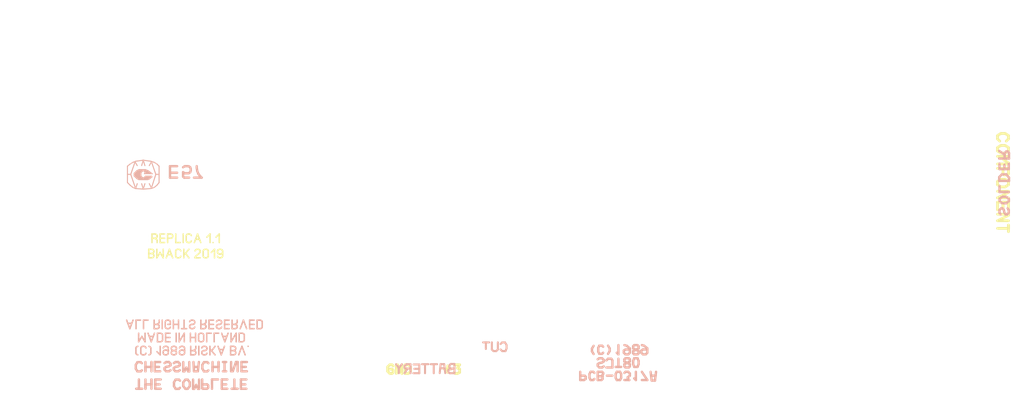
<source format=kicad_pcb>
(kicad_pcb (version 20171130) (host pcbnew 5.1.4+dfsg1-1)

  (general
    (thickness 1.6)
    (drawings 939)
    (tracks 0)
    (zones 0)
    (modules 0)
    (nets 1)
  )

  (page A4)
  (layers
    (0 F.Cu signal)
    (31 B.Cu signal)
    (32 B.Adhes user)
    (33 F.Adhes user)
    (34 B.Paste user)
    (35 F.Paste user)
    (36 B.SilkS user)
    (37 F.SilkS user)
    (38 B.Mask user)
    (39 F.Mask user)
    (40 Dwgs.User user)
    (41 Cmts.User user)
    (42 Eco1.User user)
    (43 Eco2.User user)
    (44 Edge.Cuts user)
  )

  (setup
    (last_trace_width 0.25)
    (trace_clearance 0.2)
    (zone_clearance 0.508)
    (zone_45_only no)
    (trace_min 0.2)
    (via_size 0.8)
    (via_drill 0.4)
    (via_min_size 0.4)
    (via_min_drill 0.3)
    (uvia_size 0.3)
    (uvia_drill 0.1)
    (uvias_allowed no)
    (uvia_min_size 0.2)
    (uvia_min_drill 0.1)
    (edge_width 0.05)
    (segment_width 0.2)
    (pcb_text_width 0.3)
    (pcb_text_size 1.5 1.5)
    (mod_edge_width 0.12)
    (mod_text_size 1 1)
    (mod_text_width 0.15)
    (pad_size 1.524 1.524)
    (pad_drill 0.762)
    (pad_to_mask_clearance 0.051)
    (solder_mask_min_width 0.25)
    (aux_axis_origin 0 0)
    (visible_elements FFFFFF7F)
    (pcbplotparams
      (layerselection 0x010fc_ffffffff)
      (usegerberextensions false)
      (usegerberattributes false)
      (usegerberadvancedattributes false)
      (creategerberjobfile false)
      (excludeedgelayer true)
      (linewidth 0.100000)
      (plotframeref false)
      (viasonmask false)
      (mode 1)
      (useauxorigin false)
      (hpglpennumber 1)
      (hpglpenspeed 20)
      (hpglpendiameter 15.000000)
      (psnegative false)
      (psa4output false)
      (plotreference true)
      (plotvalue true)
      (plotinvisibletext false)
      (padsonsilk false)
      (subtractmaskfromsilk false)
      (outputformat 1)
      (mirror false)
      (drillshape 1)
      (scaleselection 1)
      (outputdirectory ""))
  )

  (net 0 "")

  (net_class Default "This is the default net class."
    (clearance 0.2)
    (trace_width 0.25)
    (via_dia 0.8)
    (via_drill 0.4)
    (uvia_dia 0.3)
    (uvia_drill 0.1)
  )

  (gr_line (start 66.0797 -46.3153) (end 66.0797 -44.9659) (layer B.SilkS) (width 0.3))
  (gr_line (start 66.0797 -44.9659) (end 65.405 -44.9659) (layer B.SilkS) (width 0.3))
  (gr_line (start 65.405 -44.9659) (end 65.2066 -45.085) (layer B.SilkS) (width 0.3))
  (gr_line (start 65.2066 -45.085) (end 65.1613 -45.3231) (layer B.SilkS) (width 0.3))
  (gr_line (start 65.1613 -45.3231) (end 65.2066 -45.4422) (layer B.SilkS) (width 0.3))
  (gr_line (start 65.2066 -45.4422) (end 65.3217 -45.511) (layer B.SilkS) (width 0.3))
  (gr_line (start 65.3217 -45.511) (end 65.4804 -45.5585) (layer B.SilkS) (width 0.3))
  (gr_line (start 65.4804 -45.5585) (end 65.7011 -45.6167) (layer B.SilkS) (width 0.3))
  (gr_line (start 65.7011 -45.6167) (end 65.8984 -45.6423) (layer B.SilkS) (width 0.3))
  (gr_line (start 65.8984 -45.6423) (end 65.4844 -45.6406) (layer B.SilkS) (width 0.3))
  (gr_line (start 65.4844 -45.6406) (end 65.3653 -45.7994) (layer B.SilkS) (width 0.3))
  (gr_line (start 65.3653 -45.7994) (end 65.3228 -45.9262) (layer B.SilkS) (width 0.3))
  (gr_line (start 65.3228 -45.9262) (end 65.3653 -46.1169) (layer B.SilkS) (width 0.3))
  (gr_line (start 65.3653 -46.1169) (end 65.4447 -46.2359) (layer B.SilkS) (width 0.3))
  (gr_line (start 65.4447 -46.2359) (end 65.5638 -46.3153) (layer B.SilkS) (width 0.3))
  (gr_line (start 65.5638 -46.3153) (end 66.0797 -46.3153) (layer B.SilkS) (width 0.3))
  (gr_line (start 64.7378 -44.9806) (end 64.5765 -46.2879) (layer B.SilkS) (width 0.3))
  (gr_line (start 64.5765 -46.2879) (end 64.0637 -46.284) (layer B.SilkS) (width 0.3))
  (gr_line (start 64.0637 -46.284) (end 63.9297 -44.9825) (layer B.SilkS) (width 0.3))
  (gr_line (start 64.0159 -45.6803) (end 64.6426 -45.6876) (layer B.SilkS) (width 0.3))
  (gr_line (start 62.6269 -46.2756) (end 63.5455 -46.2803) (layer B.SilkS) (width 0.3))
  (gr_line (start 63.0634 -44.9659) (end 63.0649 -46.2576) (layer B.SilkS) (width 0.3))
  (gr_line (start 60.1266 -46.2359) (end 60.96 -46.2359) (layer B.SilkS) (width 0.3))
  (gr_line (start 60.96 -46.2359) (end 60.96 -44.9659) (layer B.SilkS) (width 0.3))
  (gr_line (start 60.96 -44.9659) (end 60.0869 -44.9659) (layer B.SilkS) (width 0.3))
  (gr_line (start 60.8806 -45.6009) (end 60.2456 -45.6009) (layer B.SilkS) (width 0.3))
  (gr_line (start 59.69 -44.9659) (end 59.69 -46.2756) (layer B.SilkS) (width 0.3))
  (gr_line (start 59.69 -46.2756) (end 59.0947 -46.2756) (layer B.SilkS) (width 0.3))
  (gr_line (start 59.0947 -46.2756) (end 58.8169 -46.0375) (layer B.SilkS) (width 0.3))
  (gr_line (start 58.8169 -46.0375) (end 58.8169 -45.7597) (layer B.SilkS) (width 0.3))
  (gr_line (start 58.8169 -45.7597) (end 58.9756 -45.6406) (layer B.SilkS) (width 0.3))
  (gr_line (start 58.9756 -45.6406) (end 59.69 -45.6406) (layer B.SilkS) (width 0.3))
  (gr_line (start 59.2534 -45.6406) (end 58.8169 -44.9659) (layer B.SilkS) (width 0.3))
  (gr_line (start 57.5866 -46.2756) (end 57.9834 -45.72) (layer B.SilkS) (width 0.3))
  (gr_line (start 57.9834 -45.72) (end 58.42 -46.2756) (layer B.SilkS) (width 0.3))
  (gr_line (start 57.9834 -45.7597) (end 57.9834 -44.9659) (layer B.SilkS) (width 0.3))
  (gr_line (start 61.3569 -46.2756) (end 62.2755 -46.2803) (layer B.SilkS) (width 0.3))
  (gr_line (start 61.7934 -44.9659) (end 61.7949 -46.2576) (layer B.SilkS) (width 0.3))
  (gr_line (start 72.7869 -49.2125) (end 73.025 -49.4506) (layer B.SilkS) (width 0.3))
  (gr_line (start 73.025 -49.4506) (end 73.4219 -49.4506) (layer B.SilkS) (width 0.3))
  (gr_line (start 73.4219 -49.4506) (end 73.66 -49.0538) (layer B.SilkS) (width 0.3))
  (gr_line (start 73.66 -49.0538) (end 73.66 -48.5775) (layer B.SilkS) (width 0.3))
  (gr_line (start 73.66 -48.5775) (end 73.5012 -48.1806) (layer B.SilkS) (width 0.3))
  (gr_line (start 73.5012 -48.1806) (end 73.025 -48.1806) (layer B.SilkS) (width 0.3))
  (gr_line (start 73.025 -48.1806) (end 72.7869 -48.4188) (layer B.SilkS) (width 0.3))
  (gr_line (start 72.39 -49.4506) (end 72.39 -48.4188) (layer B.SilkS) (width 0.3))
  (gr_line (start 72.39 -48.4188) (end 72.1519 -48.1806) (layer B.SilkS) (width 0.3))
  (gr_line (start 72.1519 -48.1806) (end 71.755 -48.1806) (layer B.SilkS) (width 0.3))
  (gr_line (start 71.755 -48.1806) (end 71.5169 -48.4188) (layer B.SilkS) (width 0.3))
  (gr_line (start 71.5169 -48.4188) (end 71.5169 -49.4506) (layer B.SilkS) (width 0.3))
  (gr_line (start 70.2469 -49.4506) (end 71.12 -49.4506) (layer B.SilkS) (width 0.3))
  (gr_line (start 70.6438 -49.4506) (end 70.6438 -48.4981) (layer B.SilkS) (width 0.3))
  (gr_line (start 26.1405 -43.8778) (end 25.9817 -44.0365) (layer B.SilkS) (width 0.35))
  (gr_line (start 25.9817 -44.0365) (end 25.5055 -44.0365) (layer B.SilkS) (width 0.35))
  (gr_line (start 25.5055 -44.0365) (end 25.2674 -43.6396) (layer B.SilkS) (width 0.35))
  (gr_line (start 25.2674 -43.6396) (end 25.2673 -43.084) (layer B.SilkS) (width 0.35))
  (gr_line (start 25.2673 -43.084) (end 25.5055 -42.6872) (layer B.SilkS) (width 0.35))
  (gr_line (start 25.5055 -42.6872) (end 25.9817 -42.6872) (layer B.SilkS) (width 0.35))
  (gr_line (start 25.9817 -42.6872) (end 26.1405 -42.8459) (layer B.SilkS) (width 0.35))
  (gr_line (start 28.0455 -44.0365) (end 28.0455 -42.6872) (layer B.SilkS) (width 0.35))
  (gr_line (start 28.0455 -42.6872) (end 28.2042 -42.6872) (layer B.SilkS) (width 0.35))
  (gr_line (start 28.2042 -42.6872) (end 28.4936 -43.2556) (layer B.SilkS) (width 0.35))
  (gr_line (start 28.4936 -43.2556) (end 28.7598 -42.6872) (layer B.SilkS) (width 0.35))
  (gr_line (start 28.7598 -42.6872) (end 28.9186 -42.6872) (layer B.SilkS) (width 0.35))
  (gr_line (start 28.9186 -42.6872) (end 28.9186 -44.0365) (layer B.SilkS) (width 0.35))
  (gr_line (start 26.6167 -43.6396) (end 26.6167 -43.084) (layer B.SilkS) (width 0.35))
  (gr_line (start 26.6167 -43.084) (end 26.9342 -42.6872) (layer B.SilkS) (width 0.35))
  (gr_line (start 26.9342 -42.6872) (end 27.2517 -42.6872) (layer B.SilkS) (width 0.35))
  (gr_line (start 27.2517 -42.6872) (end 27.5692 -43.084) (layer B.SilkS) (width 0.35))
  (gr_line (start 27.5692 -43.084) (end 27.5692 -43.6396) (layer B.SilkS) (width 0.35))
  (gr_line (start 27.5692 -43.6396) (end 27.2517 -44.0365) (layer B.SilkS) (width 0.35))
  (gr_line (start 27.2517 -44.0365) (end 26.9342 -44.0365) (layer B.SilkS) (width 0.35))
  (gr_line (start 26.9342 -44.0365) (end 26.6167 -43.6396) (layer B.SilkS) (width 0.35))
  (gr_line (start 29.3688 -44.0531) (end 29.3688 -42.7831) (layer B.SilkS) (width 0.35))
  (gr_line (start 29.3688 -42.7831) (end 29.4481 -42.7038) (layer B.SilkS) (width 0.35))
  (gr_line (start 29.4481 -42.7038) (end 30.0831 -42.7038) (layer B.SilkS) (width 0.35))
  (gr_line (start 30.0831 -42.7038) (end 30.2419 -42.8625) (layer B.SilkS) (width 0.35))
  (gr_line (start 30.2419 -42.8625) (end 30.2419 -43.18) (layer B.SilkS) (width 0.35))
  (gr_line (start 30.2419 -43.18) (end 30.0831 -43.3388) (layer B.SilkS) (width 0.35))
  (gr_line (start 30.0831 -43.3388) (end 29.4481 -43.3388) (layer B.SilkS) (width 0.35))
  (gr_line (start 30.7975 -42.7038) (end 30.7975 -44.0531) (layer B.SilkS) (width 0.35))
  (gr_line (start 30.7975 -44.0531) (end 31.6706 -44.0531) (layer B.SilkS) (width 0.35))
  (gr_line (start 33.02 -42.7038) (end 32.2262 -42.7038) (layer B.SilkS) (width 0.35))
  (gr_line (start 32.2262 -42.7038) (end 32.2262 -44.0531) (layer B.SilkS) (width 0.35))
  (gr_line (start 32.2262 -44.0531) (end 33.02 -44.0531) (layer B.SilkS) (width 0.35))
  (gr_line (start 33.655 -42.7038) (end 34.5281 -42.7038) (layer B.SilkS) (width 0.35))
  (gr_line (start 34.0519 -42.7038) (end 34.0519 -44.0531) (layer B.SilkS) (width 0.35))
  (gr_line (start 32.2262 -43.3388) (end 32.8612 -43.3388) (layer B.SilkS) (width 0.35))
  (gr_line (start 35.7981 -42.7038) (end 35.0044 -42.7038) (layer B.SilkS) (width 0.35))
  (gr_line (start 35.0044 -42.7038) (end 35.0044 -44.0531) (layer B.SilkS) (width 0.35))
  (gr_line (start 35.0044 -44.0531) (end 35.7981 -44.0531) (layer B.SilkS) (width 0.35))
  (gr_line (start 35.0044 -43.3388) (end 35.6394 -43.3388) (layer B.SilkS) (width 0.35))
  (gr_line (start 21.1138 -44.0531) (end 21.1138 -42.7038) (layer B.SilkS) (width 0.35))
  (gr_line (start 21.1138 -42.7038) (end 21.1138 -43.3388) (layer B.SilkS) (width 0.35))
  (gr_line (start 21.1138 -43.3388) (end 21.9869 -43.3388) (layer B.SilkS) (width 0.35))
  (gr_line (start 21.9869 -43.3388) (end 21.9869 -44.0531) (layer B.SilkS) (width 0.35))
  (gr_line (start 21.9869 -44.0531) (end 21.9869 -42.7038) (layer B.SilkS) (width 0.35))
  (gr_line (start 23.3362 -42.7038) (end 22.5425 -42.7038) (layer B.SilkS) (width 0.35))
  (gr_line (start 22.5425 -42.7038) (end 22.5425 -44.0531) (layer B.SilkS) (width 0.35))
  (gr_line (start 22.5425 -44.0531) (end 23.3362 -44.0531) (layer B.SilkS) (width 0.35))
  (gr_line (start 22.5425 -43.3388) (end 23.1775 -43.3388) (layer B.SilkS) (width 0.35))
  (gr_line (start 19.7644 -42.7038) (end 20.6375 -42.7038) (layer B.SilkS) (width 0.35))
  (gr_line (start 20.1612 -42.7038) (end 20.1612 -44.0531) (layer B.SilkS) (width 0.35))
  (gr_line (start 20.5842 -46.4178) (end 20.4255 -46.5765) (layer B.SilkS) (width 0.35))
  (gr_line (start 20.4255 -46.5765) (end 19.9492 -46.5765) (layer B.SilkS) (width 0.35))
  (gr_line (start 19.9492 -46.5765) (end 19.7111 -46.1796) (layer B.SilkS) (width 0.35))
  (gr_line (start 19.7111 -46.1796) (end 19.7111 -45.624) (layer B.SilkS) (width 0.35))
  (gr_line (start 19.7111 -45.624) (end 19.9492 -45.2272) (layer B.SilkS) (width 0.35))
  (gr_line (start 19.9492 -45.2272) (end 20.4255 -45.2272) (layer B.SilkS) (width 0.35))
  (gr_line (start 20.4255 -45.2272) (end 20.5842 -45.3859) (layer B.SilkS) (width 0.35))
  (gr_line (start 21.1138 -46.5931) (end 21.1138 -45.2438) (layer B.SilkS) (width 0.35))
  (gr_line (start 21.1138 -45.2438) (end 21.1138 -45.8788) (layer B.SilkS) (width 0.35))
  (gr_line (start 21.1138 -45.8788) (end 21.9869 -45.8788) (layer B.SilkS) (width 0.35))
  (gr_line (start 21.9869 -45.8788) (end 21.9869 -46.5931) (layer B.SilkS) (width 0.35))
  (gr_line (start 21.9869 -46.5931) (end 21.9869 -45.2438) (layer B.SilkS) (width 0.35))
  (gr_line (start 23.2569 -45.2438) (end 22.4631 -45.2438) (layer B.SilkS) (width 0.35))
  (gr_line (start 22.4631 -45.2438) (end 22.4631 -46.5931) (layer B.SilkS) (width 0.35))
  (gr_line (start 22.4631 -46.5931) (end 23.2569 -46.5931) (layer B.SilkS) (width 0.35))
  (gr_line (start 22.4631 -45.8788) (end 23.0981 -45.8788) (layer B.SilkS) (width 0.35))
  (gr_line (start 26.6167 -46.5765) (end 26.6167 -45.2272) (layer B.SilkS) (width 0.35))
  (gr_line (start 26.6167 -45.2272) (end 26.7754 -45.2272) (layer B.SilkS) (width 0.35))
  (gr_line (start 26.7754 -45.2272) (end 27.0648 -45.7956) (layer B.SilkS) (width 0.35))
  (gr_line (start 27.0648 -45.7956) (end 27.3311 -45.2272) (layer B.SilkS) (width 0.35))
  (gr_line (start 27.3311 -45.2272) (end 27.4898 -45.2272) (layer B.SilkS) (width 0.35))
  (gr_line (start 27.4898 -45.2272) (end 27.4898 -46.5765) (layer B.SilkS) (width 0.35))
  (gr_line (start 30.268 -46.4178) (end 30.1092 -46.5765) (layer B.SilkS) (width 0.35))
  (gr_line (start 30.1092 -46.5765) (end 29.633 -46.5765) (layer B.SilkS) (width 0.35))
  (gr_line (start 29.633 -46.5765) (end 29.3948 -46.1796) (layer B.SilkS) (width 0.35))
  (gr_line (start 29.3948 -46.1796) (end 29.3948 -45.624) (layer B.SilkS) (width 0.35))
  (gr_line (start 29.3948 -45.624) (end 29.633 -45.2272) (layer B.SilkS) (width 0.35))
  (gr_line (start 29.633 -45.2272) (end 30.1092 -45.2272) (layer B.SilkS) (width 0.35))
  (gr_line (start 30.1092 -45.2272) (end 30.268 -45.3859) (layer B.SilkS) (width 0.35))
  (gr_line (start 30.8769 -46.5931) (end 30.8769 -45.2438) (layer B.SilkS) (width 0.35))
  (gr_line (start 30.8769 -45.2438) (end 30.8769 -45.8788) (layer B.SilkS) (width 0.35))
  (gr_line (start 30.8769 -45.8788) (end 31.75 -45.8788) (layer B.SilkS) (width 0.35))
  (gr_line (start 31.75 -45.8788) (end 31.75 -46.5931) (layer B.SilkS) (width 0.35))
  (gr_line (start 31.75 -46.5931) (end 31.75 -45.2438) (layer B.SilkS) (width 0.35))
  (gr_line (start 35.8775 -45.2438) (end 35.0838 -45.2438) (layer B.SilkS) (width 0.35))
  (gr_line (start 35.0838 -45.2438) (end 35.0838 -46.5931) (layer B.SilkS) (width 0.35))
  (gr_line (start 35.0838 -46.5931) (end 35.8775 -46.5931) (layer B.SilkS) (width 0.35))
  (gr_line (start 35.0838 -45.8788) (end 35.7188 -45.8788) (layer B.SilkS) (width 0.35))
  (gr_line (start 34.5281 -45.2438) (end 34.5281 -46.5931) (layer B.SilkS) (width 0.35))
  (gr_line (start 34.5281 -46.5931) (end 34.29 -46.5931) (layer B.SilkS) (width 0.35))
  (gr_line (start 34.29 -46.5931) (end 33.8138 -45.2438) (layer B.SilkS) (width 0.35))
  (gr_line (start 33.8138 -45.2438) (end 33.5756 -45.2438) (layer B.SilkS) (width 0.35))
  (gr_line (start 33.5756 -45.2438) (end 33.5756 -46.5931) (layer B.SilkS) (width 0.35))
  (gr_line (start 32.385 -46.5931) (end 32.8612 -46.5931) (layer B.SilkS) (width 0.35))
  (gr_line (start 32.6231 -46.5931) (end 32.6231 -45.2438) (layer B.SilkS) (width 0.35))
  (gr_line (start 32.385 -45.2438) (end 32.8612 -45.2438) (layer B.SilkS) (width 0.35))
  (gr_line (start 28.0988 -46.5931) (end 28.1781 -45.2438) (layer B.SilkS) (width 0.35))
  (gr_line (start 28.1781 -45.2438) (end 28.7338 -45.2438) (layer B.SilkS) (width 0.35))
  (gr_line (start 28.7338 -45.2438) (end 28.8925 -46.5931) (layer B.SilkS) (width 0.35))
  (gr_line (start 28.1781 -45.8788) (end 28.8131 -45.8788) (layer B.SilkS) (width 0.35))
  (gr_line (start 23.8919 -46.4344) (end 24.13 -46.5931) (layer B.SilkS) (width 0.35))
  (gr_line (start 24.13 -46.5931) (end 24.5269 -46.5931) (layer B.SilkS) (width 0.35))
  (gr_line (start 24.5269 -46.5931) (end 24.765 -46.355) (layer B.SilkS) (width 0.35))
  (gr_line (start 24.765 -46.355) (end 24.765 -46.1169) (layer B.SilkS) (width 0.35))
  (gr_line (start 24.765 -46.1169) (end 24.5269 -45.9581) (layer B.SilkS) (width 0.35))
  (gr_line (start 24.5269 -45.9581) (end 24.13 -45.8788) (layer B.SilkS) (width 0.35))
  (gr_line (start 24.13 -45.8788) (end 23.8919 -45.72) (layer B.SilkS) (width 0.35))
  (gr_line (start 23.8919 -45.72) (end 23.8919 -45.4819) (layer B.SilkS) (width 0.35))
  (gr_line (start 23.8919 -45.4819) (end 24.13 -45.2438) (layer B.SilkS) (width 0.35))
  (gr_line (start 24.13 -45.2438) (end 24.5269 -45.2438) (layer B.SilkS) (width 0.35))
  (gr_line (start 24.5269 -45.2438) (end 24.765 -45.4025) (layer B.SilkS) (width 0.35))
  (gr_line (start 25.2412 -46.4344) (end 25.4794 -46.5931) (layer B.SilkS) (width 0.35))
  (gr_line (start 25.4794 -46.5931) (end 25.8762 -46.5931) (layer B.SilkS) (width 0.35))
  (gr_line (start 25.8762 -46.5931) (end 26.1144 -46.355) (layer B.SilkS) (width 0.35))
  (gr_line (start 26.1144 -46.355) (end 26.1144 -46.1169) (layer B.SilkS) (width 0.35))
  (gr_line (start 26.1144 -46.1169) (end 25.8762 -45.9581) (layer B.SilkS) (width 0.35))
  (gr_line (start 25.8762 -45.9581) (end 25.4794 -45.8788) (layer B.SilkS) (width 0.35))
  (gr_line (start 25.4794 -45.8788) (end 25.2412 -45.72) (layer B.SilkS) (width 0.35))
  (gr_line (start 25.2412 -45.72) (end 25.2412 -45.4819) (layer B.SilkS) (width 0.35))
  (gr_line (start 25.2412 -45.4819) (end 25.4794 -45.2438) (layer B.SilkS) (width 0.35))
  (gr_line (start 25.4794 -45.2438) (end 25.8762 -45.2438) (layer B.SilkS) (width 0.35))
  (gr_line (start 25.8762 -45.2438) (end 26.1144 -45.4025) (layer B.SilkS) (width 0.35))
  (gr_line (start 25.7175 -75.0888) (end 24.6856 -75.0888) (layer B.SilkS) (width 0.35))
  (gr_line (start 24.6856 -75.0888) (end 24.6856 -73.4219) (layer B.SilkS) (width 0.35))
  (gr_line (start 24.6856 -73.4219) (end 25.7175 -73.4219) (layer B.SilkS) (width 0.35))
  (gr_line (start 25.7175 -74.1362) (end 24.765 -74.1362) (layer B.SilkS) (width 0.35))
  (gr_line (start 27.4638 -73.4219) (end 26.7494 -73.4219) (layer B.SilkS) (width 0.35))
  (gr_line (start 26.7494 -73.4219) (end 26.5906 -73.5806) (layer B.SilkS) (width 0.35))
  (gr_line (start 26.5906 -73.5806) (end 26.5906 -74.2156) (layer B.SilkS) (width 0.35))
  (gr_line (start 26.5906 -74.2156) (end 26.8288 -74.0569) (layer B.SilkS) (width 0.35))
  (gr_line (start 26.8288 -74.0569) (end 27.3844 -74.0569) (layer B.SilkS) (width 0.35))
  (gr_line (start 27.3844 -74.0569) (end 27.6225 -74.2156) (layer B.SilkS) (width 0.35))
  (gr_line (start 27.6225 -74.2156) (end 27.7019 -74.4538) (layer B.SilkS) (width 0.35))
  (gr_line (start 27.7019 -74.4538) (end 27.7019 -74.6919) (layer B.SilkS) (width 0.35))
  (gr_line (start 27.7019 -74.6919) (end 27.6225 -74.93) (layer B.SilkS) (width 0.35))
  (gr_line (start 27.6225 -74.93) (end 27.3844 -75.0888) (layer B.SilkS) (width 0.35))
  (gr_line (start 27.3844 -75.0888) (end 26.8288 -75.0888) (layer B.SilkS) (width 0.35))
  (gr_line (start 26.8288 -75.0888) (end 26.5906 -74.93) (layer B.SilkS) (width 0.35))
  (gr_line (start 28.1781 -73.4219) (end 29.2894 -73.4219) (layer B.SilkS) (width 0.35))
  (gr_line (start 29.2894 -73.4219) (end 29.0512 -73.66) (layer B.SilkS) (width 0.35))
  (gr_line (start 29.0512 -73.66) (end 28.8131 -73.9775) (layer B.SilkS) (width 0.35))
  (gr_line (start 28.8131 -73.9775) (end 28.6544 -74.3744) (layer B.SilkS) (width 0.35))
  (gr_line (start 28.6544 -74.3744) (end 28.575 -74.8506) (layer B.SilkS) (width 0.35))
  (gr_line (start 28.575 -74.8506) (end 28.575 -75.0888) (layer B.SilkS) (width 0.35))
  (gr_poly (pts (xy 20.955 -73.9775) (xy 22.1456 -73.9775) (xy 21.5106 -74.4538) (xy 21.1138 -74.6125) (xy 20.1612 -74.6125) (xy 19.8438 -74.4538) (xy 19.4469 -74.0569) (xy 19.4469 -73.66) (xy 19.8438 -73.2631) (xy 20.1612 -73.1044) (xy 21.4312 -73.1044) (xy 21.6694 -73.1838) (xy 22.0662 -73.5012) (xy 22.0662 -73.5806) (xy 21.9869 -73.66) (xy 21.1138 -73.66) (xy 20.8756 -73.4219) (xy 20.7169 -73.4219) (xy 20.4788 -73.66) (xy 20.4788 -74.1362) (xy 20.7169 -74.3744) (xy 20.8756 -74.3744) (xy 21.0344 -74.2156) (xy 21.0344 -74.1362) (xy 20.955 -74.0569)) (layer B.SilkS) (width 0))
  (gr_line (start 20.955 -73.9775) (end 22.1456 -73.9775) (layer B.SilkS) (width 0.1))
  (gr_line (start 22.1456 -73.9775) (end 21.5106 -74.4538) (layer B.SilkS) (width 0.1))
  (gr_line (start 21.5106 -74.4538) (end 21.1138 -74.6125) (layer B.SilkS) (width 0.1))
  (gr_line (start 21.1138 -74.6125) (end 20.1612 -74.6125) (layer B.SilkS) (width 0.1))
  (gr_line (start 20.1612 -74.6125) (end 19.8438 -74.4538) (layer B.SilkS) (width 0.1))
  (gr_line (start 19.8438 -74.4538) (end 19.4469 -74.0569) (layer B.SilkS) (width 0.1))
  (gr_line (start 19.4469 -74.0569) (end 19.4469 -73.66) (layer B.SilkS) (width 0.1))
  (gr_line (start 19.4469 -73.66) (end 19.8438 -73.2631) (layer B.SilkS) (width 0.1))
  (gr_line (start 19.8438 -73.2631) (end 20.1612 -73.1044) (layer B.SilkS) (width 0.1))
  (gr_line (start 20.1612 -73.1044) (end 21.4312 -73.1044) (layer B.SilkS) (width 0.1))
  (gr_line (start 21.4312 -73.1044) (end 21.6694 -73.1838) (layer B.SilkS) (width 0.1))
  (gr_line (start 21.6694 -73.1838) (end 22.0662 -73.5012) (layer B.SilkS) (width 0.1))
  (gr_line (start 22.0662 -73.5012) (end 22.0662 -73.5806) (layer B.SilkS) (width 0.1))
  (gr_line (start 22.0662 -73.5806) (end 21.9869 -73.66) (layer B.SilkS) (width 0.1))
  (gr_line (start 21.9869 -73.66) (end 21.1138 -73.66) (layer B.SilkS) (width 0.1))
  (gr_line (start 21.1138 -73.66) (end 20.8756 -73.4219) (layer B.SilkS) (width 0.1))
  (gr_line (start 20.8756 -73.4219) (end 20.7169 -73.4219) (layer B.SilkS) (width 0.1))
  (gr_line (start 20.7169 -73.4219) (end 20.4788 -73.66) (layer B.SilkS) (width 0.1))
  (gr_line (start 20.4788 -73.66) (end 20.4788 -74.1362) (layer B.SilkS) (width 0.1))
  (gr_line (start 20.4788 -74.1362) (end 20.7169 -74.3744) (layer B.SilkS) (width 0.1))
  (gr_line (start 20.7169 -74.3744) (end 20.8756 -74.3744) (layer B.SilkS) (width 0.1))
  (gr_line (start 20.8756 -74.3744) (end 21.0344 -74.2156) (layer B.SilkS) (width 0.1))
  (gr_line (start 21.0344 -74.2156) (end 21.0344 -74.1362) (layer B.SilkS) (width 0.1))
  (gr_line (start 21.0344 -74.1362) (end 20.955 -74.0569) (layer B.SilkS) (width 0.1))
  (gr_line (start 20.955 -74.0569) (end 20.955 -73.9775) (layer B.SilkS) (width 0.1))
  (gr_line (start 18.4944 -75.0888) (end 18.8912 -75.4062) (layer B.SilkS) (width 0.15))
  (gr_line (start 18.8912 -75.4062) (end 19.2881 -75.6444) (layer B.SilkS) (width 0.15))
  (gr_line (start 19.2881 -75.6444) (end 19.685 -75.8031) (layer B.SilkS) (width 0.15))
  (gr_line (start 19.685 -75.8031) (end 20.7962 -75.9619) (layer B.SilkS) (width 0.15))
  (gr_line (start 20.7962 -75.9619) (end 21.9075 -75.8031) (layer B.SilkS) (width 0.15))
  (gr_line (start 21.9075 -75.8031) (end 22.3838 -75.6444) (layer B.SilkS) (width 0.15))
  (gr_line (start 22.3838 -75.6444) (end 22.7806 -75.4062) (layer B.SilkS) (width 0.15))
  (gr_line (start 22.7806 -75.4062) (end 23.0981 -75.0888) (layer B.SilkS) (width 0.15))
  (gr_line (start 23.0981 -75.0888) (end 23.0981 -72.7075) (layer B.SilkS) (width 0.15))
  (gr_line (start 23.0981 -72.7075) (end 22.7806 -72.3106) (layer B.SilkS) (width 0.15))
  (gr_line (start 22.7806 -72.3106) (end 22.3838 -71.9931) (layer B.SilkS) (width 0.15))
  (gr_line (start 22.3838 -71.9931) (end 21.9075 -71.8344) (layer B.SilkS) (width 0.15))
  (gr_line (start 21.9075 -71.8344) (end 20.7962 -71.755) (layer B.SilkS) (width 0.15))
  (gr_line (start 20.7962 -71.755) (end 19.685 -71.8344) (layer B.SilkS) (width 0.15))
  (gr_line (start 19.685 -71.8344) (end 19.2881 -71.9931) (layer B.SilkS) (width 0.15))
  (gr_line (start 19.2881 -71.9931) (end 18.8912 -72.3106) (layer B.SilkS) (width 0.15))
  (gr_line (start 18.8912 -72.3106) (end 18.4944 -72.7075) (layer B.SilkS) (width 0.15))
  (gr_line (start 18.4944 -72.7075) (end 18.4944 -75.0888) (layer B.SilkS) (width 0.15))
  (gr_line (start 18.4944 -73.8981) (end 18.9706 -73.8981) (layer B.SilkS) (width 0.15))
  (gr_line (start 23.0981 -73.8981) (end 22.6219 -73.8981) (layer B.SilkS) (width 0.15))
  (gr_line (start 18.9706 -73.8981) (end 19.6056 -75.7238) (layer B.SilkS) (width 0.15))
  (gr_line (start 19.6056 -75.7238) (end 19.9231 -75.1681) (layer B.SilkS) (width 0.15))
  (gr_line (start 20.5581 -75.1681) (end 20.7962 -75.9619) (layer B.SilkS) (width 0.15))
  (gr_line (start 20.7962 -75.9619) (end 21.0344 -75.1681) (layer B.SilkS) (width 0.15))
  (gr_line (start 21.6694 -75.1681) (end 21.9869 -75.7238) (layer B.SilkS) (width 0.15))
  (gr_line (start 21.9869 -75.7238) (end 22.6219 -73.8981) (layer B.SilkS) (width 0.15))
  (gr_line (start 22.6219 -73.8981) (end 21.9869 -71.9138) (layer B.SilkS) (width 0.15))
  (gr_line (start 21.9869 -71.9138) (end 21.6694 -72.5488) (layer B.SilkS) (width 0.15))
  (gr_line (start 21.0344 -72.5488) (end 20.7962 -71.755) (layer B.SilkS) (width 0.15))
  (gr_line (start 20.7962 -71.755) (end 20.5581 -72.5488) (layer B.SilkS) (width 0.15))
  (gr_line (start 19.9231 -72.5488) (end 19.685 -71.8344) (layer B.SilkS) (width 0.15))
  (gr_line (start 19.685 -71.8344) (end 18.9706 -73.8981) (layer B.SilkS) (width 0.15))
  (gr_line (start 145.7946 -69.6888) (end 146.3502 -69.6888) (layer B.SilkS) (width 0.35))
  (gr_line (start 146.3502 -69.6888) (end 146.747 -70.0062) (layer B.SilkS) (width 0.35))
  (gr_line (start 146.747 -70.0062) (end 146.747 -70.3237) (layer B.SilkS) (width 0.35))
  (gr_line (start 146.747 -70.3237) (end 146.3502 -70.6412) (layer B.SilkS) (width 0.35))
  (gr_line (start 146.3502 -70.6412) (end 145.7946 -70.6412) (layer B.SilkS) (width 0.35))
  (gr_line (start 145.7946 -70.6412) (end 145.3977 -70.3238) (layer B.SilkS) (width 0.35))
  (gr_line (start 145.3977 -70.3238) (end 145.3977 -70.0062) (layer B.SilkS) (width 0.35))
  (gr_line (start 145.3977 -70.0062) (end 145.7946 -69.6888) (layer B.SilkS) (width 0.35))
  (gr_line (start 146.7305 -71.3295) (end 145.3811 -71.3295) (layer B.SilkS) (width 0.35))
  (gr_line (start 145.3811 -71.3295) (end 145.3811 -72.2027) (layer B.SilkS) (width 0.35))
  (gr_line (start 146.7305 -75.457) (end 146.7305 -74.6633) (layer B.SilkS) (width 0.35))
  (gr_line (start 146.7305 -74.6633) (end 145.3811 -74.6633) (layer B.SilkS) (width 0.35))
  (gr_line (start 145.3811 -74.6633) (end 145.3811 -75.457) (layer B.SilkS) (width 0.35))
  (gr_line (start 146.0955 -74.6633) (end 146.0954 -75.2983) (layer B.SilkS) (width 0.35))
  (gr_line (start 145.5398 -68.0752) (end 145.3811 -68.3133) (layer B.SilkS) (width 0.35))
  (gr_line (start 145.3811 -68.3133) (end 145.3811 -68.7102) (layer B.SilkS) (width 0.35))
  (gr_line (start 145.3811 -68.7102) (end 145.6192 -68.9483) (layer B.SilkS) (width 0.35))
  (gr_line (start 145.6192 -68.9483) (end 145.8573 -68.9483) (layer B.SilkS) (width 0.35))
  (gr_line (start 145.8573 -68.9483) (end 146.0161 -68.7102) (layer B.SilkS) (width 0.35))
  (gr_line (start 146.0161 -68.7102) (end 146.0954 -68.3133) (layer B.SilkS) (width 0.35))
  (gr_line (start 146.0954 -68.3133) (end 146.2542 -68.0752) (layer B.SilkS) (width 0.35))
  (gr_line (start 146.2542 -68.0752) (end 146.4923 -68.0752) (layer B.SilkS) (width 0.35))
  (gr_line (start 146.4923 -68.0752) (end 146.7304 -68.3133) (layer B.SilkS) (width 0.35))
  (gr_line (start 146.7304 -68.3133) (end 146.7305 -68.7102) (layer B.SilkS) (width 0.35))
  (gr_line (start 146.7305 -68.7102) (end 146.5717 -68.9483) (layer B.SilkS) (width 0.35))
  (gr_line (start 145.3356 -72.9456) (end 146.7644 -72.9456) (layer B.SilkS) (width 0.35))
  (gr_line (start 146.7644 -72.9456) (end 146.7644 -73.4219) (layer B.SilkS) (width 0.35))
  (gr_line (start 146.7644 -73.4219) (end 146.3675 -73.8981) (layer B.SilkS) (width 0.35))
  (gr_line (start 146.3675 -73.8981) (end 145.7325 -73.8981) (layer B.SilkS) (width 0.35))
  (gr_line (start 145.7325 -73.8981) (end 145.3356 -73.5012) (layer B.SilkS) (width 0.35))
  (gr_line (start 145.3356 -73.5012) (end 145.3356 -72.9456) (layer B.SilkS) (width 0.35))
  (gr_line (start 145.3356 -76.2) (end 146.7644 -76.2) (layer B.SilkS) (width 0.35))
  (gr_line (start 146.7644 -76.2) (end 146.7644 -76.9938) (layer B.SilkS) (width 0.35))
  (gr_line (start 146.7644 -76.9938) (end 146.6056 -77.2319) (layer B.SilkS) (width 0.35))
  (gr_line (start 146.6056 -77.2319) (end 146.3675 -77.2319) (layer B.SilkS) (width 0.35))
  (gr_line (start 146.3675 -77.2319) (end 146.1294 -76.9938) (layer B.SilkS) (width 0.35))
  (gr_line (start 146.1294 -76.9938) (end 146.1294 -76.2794) (layer B.SilkS) (width 0.35))
  (gr_line (start 146.1294 -76.2794) (end 146.1294 -76.7556) (layer B.SilkS) (width 0.35))
  (gr_line (start 146.1294 -76.7556) (end 145.3356 -77.3112) (layer B.SilkS) (width 0.35))
  (gr_line (start 95.4088 -45.1644) (end 95.25 -43.8944) (layer B.SilkS) (width 0.35))
  (gr_line (start 95.25 -43.8944) (end 94.7738 -43.8944) (layer B.SilkS) (width 0.35))
  (gr_line (start 94.7738 -43.8944) (end 94.615 -45.1644) (layer B.SilkS) (width 0.35))
  (gr_line (start 95.3294 -44.6088) (end 94.6944 -44.6088) (layer B.SilkS) (width 0.35))
  (gr_line (start 93.345 -43.9738) (end 94.1388 -43.9738) (layer B.SilkS) (width 0.35))
  (gr_line (start 94.1388 -43.9738) (end 93.345 -45.1644) (layer B.SilkS) (width 0.35))
  (gr_line (start 92.4719 -45.1644) (end 92.4719 -43.9738) (layer B.SilkS) (width 0.35))
  (gr_line (start 92.4719 -43.9738) (end 92.2338 -44.2119) (layer B.SilkS) (width 0.35))
  (gr_line (start 90.805 -43.9738) (end 91.5194 -43.9738) (layer B.SilkS) (width 0.35))
  (gr_line (start 91.5194 -43.9738) (end 91.2812 -44.2119) (layer B.SilkS) (width 0.35))
  (gr_line (start 91.2812 -44.2119) (end 91.2812 -44.3706) (layer B.SilkS) (width 0.35))
  (gr_line (start 91.2812 -44.3706) (end 91.5194 -44.5294) (layer B.SilkS) (width 0.35))
  (gr_line (start 91.5194 -44.5294) (end 91.5988 -44.6088) (layer B.SilkS) (width 0.35))
  (gr_line (start 91.5988 -44.6088) (end 91.5988 -44.9262) (layer B.SilkS) (width 0.35))
  (gr_line (start 91.5988 -44.9262) (end 91.3606 -45.1644) (layer B.SilkS) (width 0.35))
  (gr_line (start 91.3606 -45.1644) (end 90.9638 -45.1644) (layer B.SilkS) (width 0.35))
  (gr_line (start 90.9638 -45.1644) (end 90.805 -45.0056) (layer B.SilkS) (width 0.35))
  (gr_line (start 88.265 -44.6088) (end 89.0588 -44.6088) (layer B.SilkS) (width 0.35))
  (gr_line (start 86.9156 -45.1644) (end 86.9156 -43.9738) (layer B.SilkS) (width 0.35))
  (gr_line (start 86.9156 -43.9738) (end 87.4712 -43.9738) (layer B.SilkS) (width 0.35))
  (gr_line (start 87.4712 -43.9738) (end 87.63 -44.1325) (layer B.SilkS) (width 0.35))
  (gr_line (start 87.63 -44.1325) (end 87.63 -44.5294) (layer B.SilkS) (width 0.35))
  (gr_line (start 87.63 -44.5294) (end 87.0744 -44.5294) (layer B.SilkS) (width 0.35))
  (gr_line (start 87.0744 -44.5294) (end 87.4712 -44.5294) (layer B.SilkS) (width 0.35))
  (gr_line (start 87.4712 -44.5294) (end 87.7094 -44.8469) (layer B.SilkS) (width 0.35))
  (gr_line (start 87.7094 -44.8469) (end 87.7094 -45.0056) (layer B.SilkS) (width 0.35))
  (gr_line (start 87.7094 -45.0056) (end 87.5506 -45.1644) (layer B.SilkS) (width 0.35))
  (gr_line (start 87.5506 -45.1644) (end 86.995 -45.1644) (layer B.SilkS) (width 0.35))
  (gr_line (start 86.4394 -45.0056) (end 86.2806 -45.1644) (layer B.SilkS) (width 0.35))
  (gr_line (start 86.2806 -45.1644) (end 85.8838 -45.1644) (layer B.SilkS) (width 0.35))
  (gr_line (start 85.8838 -45.1644) (end 85.725 -44.8469) (layer B.SilkS) (width 0.35))
  (gr_line (start 85.725 -44.8469) (end 85.725 -44.2912) (layer B.SilkS) (width 0.35))
  (gr_line (start 85.725 -44.2912) (end 85.8838 -43.9738) (layer B.SilkS) (width 0.35))
  (gr_line (start 85.8838 -43.9738) (end 86.2806 -43.9738) (layer B.SilkS) (width 0.35))
  (gr_line (start 86.2806 -43.9738) (end 86.4394 -44.1325) (layer B.SilkS) (width 0.35))
  (gr_line (start 84.3756 -45.1644) (end 84.3756 -43.9738) (layer B.SilkS) (width 0.35))
  (gr_line (start 84.3756 -43.9738) (end 84.9312 -43.9738) (layer B.SilkS) (width 0.35))
  (gr_line (start 84.9312 -43.9738) (end 85.1694 -44.1325) (layer B.SilkS) (width 0.35))
  (gr_line (start 85.1694 -44.1325) (end 85.1694 -44.45) (layer B.SilkS) (width 0.35))
  (gr_line (start 85.1694 -44.45) (end 85.0106 -44.6088) (layer B.SilkS) (width 0.35))
  (gr_line (start 85.0106 -44.6088) (end 84.5344 -44.6088) (layer B.SilkS) (width 0.35))
  (gr_line (start 92.2338 -45.8788) (end 92.71 -45.8788) (layer B.SilkS) (width 0.35))
  (gr_line (start 92.71 -45.8788) (end 92.8688 -46.2756) (layer B.SilkS) (width 0.35))
  (gr_line (start 92.8688 -46.2756) (end 92.8688 -46.7519) (layer B.SilkS) (width 0.35))
  (gr_line (start 92.8688 -46.7519) (end 92.71 -47.1488) (layer B.SilkS) (width 0.35))
  (gr_line (start 92.71 -47.1488) (end 92.2338 -47.1488) (layer B.SilkS) (width 0.35))
  (gr_line (start 92.2338 -47.1488) (end 92.075 -46.7519) (layer B.SilkS) (width 0.35))
  (gr_line (start 92.075 -46.7519) (end 92.075 -46.2756) (layer B.SilkS) (width 0.35))
  (gr_line (start 92.075 -46.2756) (end 92.2338 -45.8788) (layer B.SilkS) (width 0.35))
  (gr_line (start 89.6938 -43.9738) (end 90.17 -43.9738) (layer B.SilkS) (width 0.35))
  (gr_line (start 90.17 -43.9738) (end 90.3288 -44.2912) (layer B.SilkS) (width 0.35))
  (gr_line (start 90.3288 -44.2912) (end 90.3288 -44.8469) (layer B.SilkS) (width 0.35))
  (gr_line (start 90.3288 -44.8469) (end 90.17 -45.1644) (layer B.SilkS) (width 0.35))
  (gr_line (start 90.17 -45.1644) (end 89.6938 -45.1644) (layer B.SilkS) (width 0.35))
  (gr_line (start 89.6938 -45.1644) (end 89.535 -44.8469) (layer B.SilkS) (width 0.35))
  (gr_line (start 89.535 -44.8469) (end 89.535 -44.2912) (layer B.SilkS) (width 0.35))
  (gr_line (start 89.535 -44.2912) (end 89.6938 -43.9738) (layer B.SilkS) (width 0.35))
  (gr_line (start 87.7094 -48.8156) (end 87.5506 -48.9744) (layer B.SilkS) (width 0.35))
  (gr_line (start 87.5506 -48.9744) (end 87.1538 -48.9744) (layer B.SilkS) (width 0.35))
  (gr_line (start 87.1538 -48.9744) (end 86.995 -48.6569) (layer B.SilkS) (width 0.35))
  (gr_line (start 86.995 -48.6569) (end 86.995 -48.1012) (layer B.SilkS) (width 0.35))
  (gr_line (start 86.995 -48.1012) (end 87.1538 -47.7838) (layer B.SilkS) (width 0.35))
  (gr_line (start 87.1538 -47.7838) (end 87.5506 -47.7838) (layer B.SilkS) (width 0.35))
  (gr_line (start 87.5506 -47.7838) (end 87.7094 -47.9425) (layer B.SilkS) (width 0.35))
  (gr_line (start 90.805 -46.2756) (end 91.5988 -46.6725) (layer B.SilkS) (width 0.35))
  (gr_line (start 91.5988 -46.6725) (end 91.5988 -46.99) (layer B.SilkS) (width 0.35))
  (gr_line (start 91.5988 -46.99) (end 91.44 -47.1488) (layer B.SilkS) (width 0.35))
  (gr_line (start 91.44 -47.1488) (end 90.9638 -47.1488) (layer B.SilkS) (width 0.35))
  (gr_line (start 90.9638 -47.1488) (end 90.805 -46.99) (layer B.SilkS) (width 0.35))
  (gr_line (start 90.805 -46.99) (end 90.805 -46.6725) (layer B.SilkS) (width 0.35))
  (gr_line (start 90.805 -46.6725) (end 91.5988 -46.2756) (layer B.SilkS) (width 0.35))
  (gr_line (start 91.5988 -46.2756) (end 91.5988 -45.9581) (layer B.SilkS) (width 0.35))
  (gr_line (start 91.5988 -45.9581) (end 91.44 -45.7994) (layer B.SilkS) (width 0.35))
  (gr_line (start 91.44 -45.7994) (end 90.9638 -45.7994) (layer B.SilkS) (width 0.35))
  (gr_line (start 90.9638 -45.7994) (end 90.805 -45.9581) (layer B.SilkS) (width 0.35))
  (gr_line (start 90.805 -45.9581) (end 90.805 -46.2756) (layer B.SilkS) (width 0.35))
  (gr_line (start 89.9319 -49.0538) (end 89.9319 -47.7044) (layer B.SilkS) (width 0.35))
  (gr_line (start 89.9319 -47.7044) (end 89.6938 -47.9425) (layer B.SilkS) (width 0.35))
  (gr_line (start 88.4238 -47.7838) (end 88.6619 -48.1806) (layer B.SilkS) (width 0.35))
  (gr_line (start 88.6619 -48.1806) (end 88.6619 -48.5775) (layer B.SilkS) (width 0.35))
  (gr_line (start 88.6619 -48.5775) (end 88.4238 -48.9744) (layer B.SilkS) (width 0.35))
  (gr_line (start 86.3229 -48.9454) (end 86.0848 -48.5485) (layer B.SilkS) (width 0.35))
  (gr_line (start 86.0848 -48.5485) (end 86.0848 -48.1517) (layer B.SilkS) (width 0.35))
  (gr_line (start 86.0848 -48.1517) (end 86.3229 -47.7548) (layer B.SilkS) (width 0.35))
  (gr_line (start 90.3288 -45.8788) (end 89.535 -45.8788) (layer B.SilkS) (width 0.35))
  (gr_line (start 89.9319 -45.8788) (end 89.9319 -47.0694) (layer B.SilkS) (width 0.35))
  (gr_line (start 88.1856 -45.7994) (end 89.0588 -45.7994) (layer B.SilkS) (width 0.35))
  (gr_line (start 89.0588 -45.7994) (end 89.0588 -46.8312) (layer B.SilkS) (width 0.35))
  (gr_line (start 89.0588 -46.8312) (end 88.9 -47.0694) (layer B.SilkS) (width 0.35))
  (gr_line (start 88.9 -47.0694) (end 88.4238 -47.0694) (layer B.SilkS) (width 0.35))
  (gr_line (start 88.4238 -47.0694) (end 88.1856 -46.8312) (layer B.SilkS) (width 0.35))
  (gr_line (start 86.9156 -46.99) (end 87.1538 -47.1488) (layer B.SilkS) (width 0.35))
  (gr_line (start 87.1538 -47.1488) (end 87.5506 -47.1488) (layer B.SilkS) (width 0.35))
  (gr_line (start 87.5506 -47.1488) (end 87.7888 -46.9106) (layer B.SilkS) (width 0.35))
  (gr_line (start 87.7888 -46.9106) (end 87.7888 -46.6725) (layer B.SilkS) (width 0.35))
  (gr_line (start 87.7888 -46.6725) (end 87.5506 -46.5138) (layer B.SilkS) (width 0.35))
  (gr_line (start 87.5506 -46.5138) (end 87.1538 -46.4344) (layer B.SilkS) (width 0.35))
  (gr_line (start 87.1538 -46.4344) (end 86.9156 -46.2756) (layer B.SilkS) (width 0.35))
  (gr_line (start 86.9156 -46.2756) (end 86.9156 -46.0375) (layer B.SilkS) (width 0.35))
  (gr_line (start 86.9156 -46.0375) (end 87.1538 -45.7994) (layer B.SilkS) (width 0.35))
  (gr_line (start 87.1538 -45.7994) (end 87.5506 -45.7994) (layer B.SilkS) (width 0.35))
  (gr_line (start 87.5506 -45.7994) (end 87.7888 -45.9581) (layer B.SilkS) (width 0.35))
  (gr_line (start 90.805 -49.0538) (end 91.1225 -48.9744) (layer B.SilkS) (width 0.35))
  (gr_line (start 91.1225 -48.9744) (end 91.5988 -48.5775) (layer B.SilkS) (width 0.35))
  (gr_line (start 91.5988 -48.5775) (end 91.5988 -47.9425) (layer B.SilkS) (width 0.35))
  (gr_line (start 91.5988 -47.9425) (end 91.3606 -47.7044) (layer B.SilkS) (width 0.35))
  (gr_line (start 91.3606 -47.7044) (end 90.9638 -47.7044) (layer B.SilkS) (width 0.35))
  (gr_line (start 90.9638 -47.7044) (end 90.7256 -47.9425) (layer B.SilkS) (width 0.35))
  (gr_line (start 90.7256 -47.9425) (end 90.7256 -48.26) (layer B.SilkS) (width 0.35))
  (gr_line (start 90.7256 -48.26) (end 90.9638 -48.4188) (layer B.SilkS) (width 0.35))
  (gr_line (start 90.9638 -48.4188) (end 91.5988 -48.4188) (layer B.SilkS) (width 0.35))
  (gr_line (start 93.345 -49.0538) (end 93.6625 -48.9744) (layer B.SilkS) (width 0.35))
  (gr_line (start 93.6625 -48.9744) (end 94.1388 -48.5775) (layer B.SilkS) (width 0.35))
  (gr_line (start 94.1388 -48.5775) (end 94.1388 -47.9425) (layer B.SilkS) (width 0.35))
  (gr_line (start 94.1388 -47.9425) (end 93.9006 -47.7044) (layer B.SilkS) (width 0.35))
  (gr_line (start 93.9006 -47.7044) (end 93.5038 -47.7044) (layer B.SilkS) (width 0.35))
  (gr_line (start 93.5038 -47.7044) (end 93.2656 -47.9425) (layer B.SilkS) (width 0.35))
  (gr_line (start 93.2656 -47.9425) (end 93.2656 -48.26) (layer B.SilkS) (width 0.35))
  (gr_line (start 93.2656 -48.26) (end 93.5038 -48.4188) (layer B.SilkS) (width 0.35))
  (gr_line (start 93.5038 -48.4188) (end 94.1388 -48.4188) (layer B.SilkS) (width 0.35))
  (gr_line (start 92.075 -48.1806) (end 92.8688 -48.5775) (layer B.SilkS) (width 0.35))
  (gr_line (start 92.8688 -48.5775) (end 92.8688 -48.895) (layer B.SilkS) (width 0.35))
  (gr_line (start 92.8688 -48.895) (end 92.71 -49.0538) (layer B.SilkS) (width 0.35))
  (gr_line (start 92.71 -49.0538) (end 92.2338 -49.0538) (layer B.SilkS) (width 0.35))
  (gr_line (start 92.2338 -49.0538) (end 92.075 -48.895) (layer B.SilkS) (width 0.35))
  (gr_line (start 92.075 -48.895) (end 92.075 -48.5775) (layer B.SilkS) (width 0.35))
  (gr_line (start 92.075 -48.5775) (end 92.8688 -48.1806) (layer B.SilkS) (width 0.35))
  (gr_line (start 92.8688 -48.1806) (end 92.8688 -47.8631) (layer B.SilkS) (width 0.35))
  (gr_line (start 92.8688 -47.8631) (end 92.71 -47.7044) (layer B.SilkS) (width 0.35))
  (gr_line (start 92.71 -47.7044) (end 92.2338 -47.7044) (layer B.SilkS) (width 0.35))
  (gr_line (start 92.2338 -47.7044) (end 92.075 -47.8631) (layer B.SilkS) (width 0.35))
  (gr_line (start 92.075 -47.8631) (end 92.075 -48.1806) (layer B.SilkS) (width 0.35))
  (gr_line (start 20.0049 -47.6345) (end 19.8183 -47.7123) (layer B.SilkS) (width 0.222))
  (gr_line (start 19.8183 -47.7123) (end 19.7249 -47.8678) (layer B.SilkS) (width 0.222))
  (gr_line (start 19.7249 -47.8678) (end 19.7249 -48.6456) (layer B.SilkS) (width 0.222))
  (gr_line (start 19.7249 -48.6456) (end 19.8183 -48.8011) (layer B.SilkS) (width 0.222))
  (gr_line (start 19.8183 -48.8011) (end 20.0049 -48.8789) (layer B.SilkS) (width 0.222))
  (gr_line (start 21.1872 -48.6456) (end 21.0939 -48.8011) (layer B.SilkS) (width 0.222))
  (gr_line (start 21.0939 -48.8011) (end 20.9072 -48.8789) (layer B.SilkS) (width 0.222))
  (gr_line (start 20.9072 -48.8789) (end 20.7205 -48.8789) (layer B.SilkS) (width 0.222))
  (gr_line (start 20.7205 -48.8789) (end 20.5339 -48.8011) (layer B.SilkS) (width 0.222))
  (gr_line (start 20.5339 -48.8011) (end 20.4405 -48.6456) (layer B.SilkS) (width 0.222))
  (gr_line (start 20.4405 -48.6456) (end 20.4405 -47.8678) (layer B.SilkS) (width 0.222))
  (gr_line (start 20.4405 -47.8678) (end 20.5339 -47.7123) (layer B.SilkS) (width 0.222))
  (gr_line (start 20.5339 -47.7123) (end 20.7205 -47.6345) (layer B.SilkS) (width 0.222))
  (gr_line (start 20.7205 -47.6345) (end 20.9072 -47.6345) (layer B.SilkS) (width 0.222))
  (gr_line (start 20.9072 -47.6345) (end 21.0939 -47.7123) (layer B.SilkS) (width 0.222))
  (gr_line (start 21.0939 -47.7123) (end 21.1872 -47.8678) (layer B.SilkS) (width 0.222))
  (gr_line (start 21.6228 -47.6345) (end 21.8095 -47.7123) (layer B.SilkS) (width 0.222))
  (gr_line (start 21.8095 -47.7123) (end 21.9028 -47.8678) (layer B.SilkS) (width 0.222))
  (gr_line (start 21.9028 -47.8678) (end 21.9028 -48.6456) (layer B.SilkS) (width 0.222))
  (gr_line (start 21.9028 -48.6456) (end 21.8095 -48.8011) (layer B.SilkS) (width 0.222))
  (gr_line (start 21.8095 -48.8011) (end 21.6228 -48.8789) (layer B.SilkS) (width 0.222))
  (gr_line (start 22.7927 -48.1011) (end 23.2594 -47.6345) (layer B.SilkS) (width 0.222))
  (gr_line (start 23.2594 -47.6345) (end 23.2594 -48.8789) (layer B.SilkS) (width 0.222))
  (gr_line (start 23.695 -48.6456) (end 23.7884 -48.8011) (layer B.SilkS) (width 0.222))
  (gr_line (start 23.7884 -48.8011) (end 23.975 -48.8789) (layer B.SilkS) (width 0.222))
  (gr_line (start 23.975 -48.8789) (end 24.1617 -48.8789) (layer B.SilkS) (width 0.222))
  (gr_line (start 24.1617 -48.8789) (end 24.3484 -48.8011) (layer B.SilkS) (width 0.222))
  (gr_line (start 24.3484 -48.8011) (end 24.4417 -48.6456) (layer B.SilkS) (width 0.222))
  (gr_line (start 24.4417 -48.6456) (end 24.4417 -48.2567) (layer B.SilkS) (width 0.222))
  (gr_line (start 24.4417 -48.2567) (end 24.4417 -48.1789) (layer B.SilkS) (width 0.222))
  (gr_line (start 24.4417 -48.1789) (end 24.1617 -48.3345) (layer B.SilkS) (width 0.222))
  (gr_line (start 24.1617 -48.3345) (end 23.975 -48.3345) (layer B.SilkS) (width 0.222))
  (gr_line (start 23.975 -48.3345) (end 23.7884 -48.2567) (layer B.SilkS) (width 0.222))
  (gr_line (start 23.7884 -48.2567) (end 23.695 -48.1011) (layer B.SilkS) (width 0.222))
  (gr_line (start 23.695 -48.1011) (end 23.695 -47.8678) (layer B.SilkS) (width 0.222))
  (gr_line (start 23.695 -47.8678) (end 23.7884 -47.7123) (layer B.SilkS) (width 0.222))
  (gr_line (start 23.7884 -47.7123) (end 23.975 -47.6345) (layer B.SilkS) (width 0.222))
  (gr_line (start 23.975 -47.6345) (end 24.1617 -47.6345) (layer B.SilkS) (width 0.222))
  (gr_line (start 24.1617 -47.6345) (end 24.3484 -47.7123) (layer B.SilkS) (width 0.222))
  (gr_line (start 24.3484 -47.7123) (end 24.4417 -47.8678) (layer B.SilkS) (width 0.222))
  (gr_line (start 24.4417 -47.8678) (end 24.4417 -48.2567) (layer B.SilkS) (width 0.222))
  (gr_line (start 25.344 -48.2567) (end 25.1573 -48.2567) (layer B.SilkS) (width 0.222))
  (gr_line (start 25.1573 -48.2567) (end 24.9707 -48.1789) (layer B.SilkS) (width 0.222))
  (gr_line (start 24.9707 -48.1789) (end 24.8773 -48.0234) (layer B.SilkS) (width 0.222))
  (gr_line (start 24.8773 -48.0234) (end 24.8773 -47.8678) (layer B.SilkS) (width 0.222))
  (gr_line (start 24.8773 -47.8678) (end 24.9707 -47.7123) (layer B.SilkS) (width 0.222))
  (gr_line (start 24.9707 -47.7123) (end 25.1573 -47.6345) (layer B.SilkS) (width 0.222))
  (gr_line (start 25.1573 -47.6345) (end 25.344 -47.6345) (layer B.SilkS) (width 0.222))
  (gr_line (start 25.344 -47.6345) (end 25.5307 -47.7123) (layer B.SilkS) (width 0.222))
  (gr_line (start 25.5307 -47.7123) (end 25.624 -47.8678) (layer B.SilkS) (width 0.222))
  (gr_line (start 25.624 -47.8678) (end 25.624 -48.0234) (layer B.SilkS) (width 0.222))
  (gr_line (start 25.624 -48.0234) (end 25.5307 -48.1789) (layer B.SilkS) (width 0.222))
  (gr_line (start 25.5307 -48.1789) (end 25.344 -48.2567) (layer B.SilkS) (width 0.222))
  (gr_line (start 25.344 -48.2567) (end 25.5307 -48.3345) (layer B.SilkS) (width 0.222))
  (gr_line (start 25.5307 -48.3345) (end 25.624 -48.49) (layer B.SilkS) (width 0.222))
  (gr_line (start 25.624 -48.49) (end 25.624 -48.6456) (layer B.SilkS) (width 0.222))
  (gr_line (start 25.624 -48.6456) (end 25.5307 -48.8011) (layer B.SilkS) (width 0.222))
  (gr_line (start 25.5307 -48.8011) (end 25.344 -48.8789) (layer B.SilkS) (width 0.222))
  (gr_line (start 25.344 -48.8789) (end 25.1573 -48.8789) (layer B.SilkS) (width 0.222))
  (gr_line (start 25.1573 -48.8789) (end 24.9707 -48.8011) (layer B.SilkS) (width 0.222))
  (gr_line (start 24.9707 -48.8011) (end 24.8773 -48.6456) (layer B.SilkS) (width 0.222))
  (gr_line (start 24.8773 -48.6456) (end 24.8773 -48.49) (layer B.SilkS) (width 0.222))
  (gr_line (start 24.8773 -48.49) (end 24.9707 -48.3345) (layer B.SilkS) (width 0.222))
  (gr_line (start 24.9707 -48.3345) (end 25.1573 -48.2567) (layer B.SilkS) (width 0.222))
  (gr_line (start 26.0596 -48.6456) (end 26.153 -48.8011) (layer B.SilkS) (width 0.222))
  (gr_line (start 26.153 -48.8011) (end 26.3396 -48.8789) (layer B.SilkS) (width 0.222))
  (gr_line (start 26.3396 -48.8789) (end 26.5263 -48.8789) (layer B.SilkS) (width 0.222))
  (gr_line (start 26.5263 -48.8789) (end 26.713 -48.8011) (layer B.SilkS) (width 0.222))
  (gr_line (start 26.713 -48.8011) (end 26.8063 -48.6456) (layer B.SilkS) (width 0.222))
  (gr_line (start 26.8063 -48.6456) (end 26.8063 -48.2567) (layer B.SilkS) (width 0.222))
  (gr_line (start 26.8063 -48.2567) (end 26.8063 -48.1789) (layer B.SilkS) (width 0.222))
  (gr_line (start 26.8063 -48.1789) (end 26.5263 -48.3345) (layer B.SilkS) (width 0.222))
  (gr_line (start 26.5263 -48.3345) (end 26.3396 -48.3345) (layer B.SilkS) (width 0.222))
  (gr_line (start 26.3396 -48.3345) (end 26.153 -48.2567) (layer B.SilkS) (width 0.222))
  (gr_line (start 26.153 -48.2567) (end 26.0596 -48.1011) (layer B.SilkS) (width 0.222))
  (gr_line (start 26.0596 -48.1011) (end 26.0596 -47.8678) (layer B.SilkS) (width 0.222))
  (gr_line (start 26.0596 -47.8678) (end 26.153 -47.7123) (layer B.SilkS) (width 0.222))
  (gr_line (start 26.153 -47.7123) (end 26.3396 -47.6345) (layer B.SilkS) (width 0.222))
  (gr_line (start 26.3396 -47.6345) (end 26.5263 -47.6345) (layer B.SilkS) (width 0.222))
  (gr_line (start 26.5263 -47.6345) (end 26.713 -47.7123) (layer B.SilkS) (width 0.222))
  (gr_line (start 26.713 -47.7123) (end 26.8063 -47.8678) (layer B.SilkS) (width 0.222))
  (gr_line (start 26.8063 -47.8678) (end 26.8063 -48.2567) (layer B.SilkS) (width 0.222))
  (gr_line (start 28.0696 -48.2567) (end 28.3496 -48.4123) (layer B.SilkS) (width 0.222))
  (gr_line (start 28.3496 -48.4123) (end 28.4429 -48.5678) (layer B.SilkS) (width 0.222))
  (gr_line (start 28.4429 -48.5678) (end 28.4429 -48.8789) (layer B.SilkS) (width 0.222))
  (gr_line (start 27.6962 -48.8789) (end 27.6962 -47.6345) (layer B.SilkS) (width 0.222))
  (gr_line (start 27.6962 -47.6345) (end 28.1629 -47.6345) (layer B.SilkS) (width 0.222))
  (gr_line (start 28.1629 -47.6345) (end 28.3496 -47.7123) (layer B.SilkS) (width 0.222))
  (gr_line (start 28.3496 -47.7123) (end 28.4429 -47.8678) (layer B.SilkS) (width 0.222))
  (gr_line (start 28.4429 -47.8678) (end 28.4429 -48.0234) (layer B.SilkS) (width 0.222))
  (gr_line (start 28.4429 -48.0234) (end 28.3496 -48.1789) (layer B.SilkS) (width 0.222))
  (gr_line (start 28.3496 -48.1789) (end 28.1629 -48.2567) (layer B.SilkS) (width 0.222))
  (gr_line (start 28.1629 -48.2567) (end 27.6962 -48.2567) (layer B.SilkS) (width 0.222))
  (gr_line (start 28.8785 -48.8789) (end 28.8785 -47.6345) (layer B.SilkS) (width 0.222))
  (gr_line (start 29.3141 -48.6456) (end 29.4075 -48.8011) (layer B.SilkS) (width 0.222))
  (gr_line (start 29.4075 -48.8011) (end 29.5941 -48.8789) (layer B.SilkS) (width 0.222))
  (gr_line (start 29.5941 -48.8789) (end 29.7808 -48.8789) (layer B.SilkS) (width 0.222))
  (gr_line (start 29.7808 -48.8789) (end 29.9675 -48.8011) (layer B.SilkS) (width 0.222))
  (gr_line (start 29.9675 -48.8011) (end 30.0608 -48.6456) (layer B.SilkS) (width 0.222))
  (gr_line (start 30.0608 -48.6456) (end 30.0608 -48.49) (layer B.SilkS) (width 0.222))
  (gr_line (start 30.0608 -48.49) (end 29.9675 -48.3345) (layer B.SilkS) (width 0.222))
  (gr_line (start 29.9675 -48.3345) (end 29.7808 -48.2567) (layer B.SilkS) (width 0.222))
  (gr_line (start 29.7808 -48.2567) (end 29.5941 -48.2567) (layer B.SilkS) (width 0.222))
  (gr_line (start 29.5941 -48.2567) (end 29.4075 -48.1789) (layer B.SilkS) (width 0.222))
  (gr_line (start 29.4075 -48.1789) (end 29.3141 -48.0234) (layer B.SilkS) (width 0.222))
  (gr_line (start 29.3141 -48.0234) (end 29.3141 -47.8678) (layer B.SilkS) (width 0.222))
  (gr_line (start 29.3141 -47.8678) (end 29.4075 -47.7123) (layer B.SilkS) (width 0.222))
  (gr_line (start 29.4075 -47.7123) (end 29.5941 -47.6345) (layer B.SilkS) (width 0.222))
  (gr_line (start 29.5941 -47.6345) (end 29.7808 -47.6345) (layer B.SilkS) (width 0.222))
  (gr_line (start 29.7808 -47.6345) (end 29.9675 -47.7123) (layer B.SilkS) (width 0.222))
  (gr_line (start 29.9675 -47.7123) (end 30.0608 -47.8678) (layer B.SilkS) (width 0.222))
  (gr_line (start 30.4964 -48.8789) (end 30.4964 -47.6345) (layer B.SilkS) (width 0.222))
  (gr_line (start 30.4964 -48.49) (end 31.2431 -47.6345) (layer B.SilkS) (width 0.222))
  (gr_line (start 30.7764 -48.2567) (end 31.2431 -48.8789) (layer B.SilkS) (width 0.222))
  (gr_line (start 31.6787 -48.8789) (end 32.1454 -47.6345) (layer B.SilkS) (width 0.222))
  (gr_line (start 32.1454 -47.6345) (end 32.6121 -48.8789) (layer B.SilkS) (width 0.222))
  (gr_line (start 31.8654 -48.4123) (end 32.4254 -48.4123) (layer B.SilkS) (width 0.222))
  (gr_line (start 33.5019 -48.8789) (end 33.5019 -47.6345) (layer B.SilkS) (width 0.222))
  (gr_line (start 33.5019 -47.6345) (end 33.9686 -47.6345) (layer B.SilkS) (width 0.222))
  (gr_line (start 33.9686 -47.6345) (end 34.1553 -47.7123) (layer B.SilkS) (width 0.222))
  (gr_line (start 34.1553 -47.7123) (end 34.2486 -47.8678) (layer B.SilkS) (width 0.222))
  (gr_line (start 34.2486 -47.8678) (end 34.2486 -48.0234) (layer B.SilkS) (width 0.222))
  (gr_line (start 34.2486 -48.0234) (end 34.1553 -48.1789) (layer B.SilkS) (width 0.222))
  (gr_line (start 34.1553 -48.1789) (end 33.9686 -48.2567) (layer B.SilkS) (width 0.222))
  (gr_line (start 33.9686 -48.2567) (end 34.1553 -48.3345) (layer B.SilkS) (width 0.222))
  (gr_line (start 34.1553 -48.3345) (end 34.2486 -48.49) (layer B.SilkS) (width 0.222))
  (gr_line (start 34.2486 -48.49) (end 34.2486 -48.6456) (layer B.SilkS) (width 0.222))
  (gr_line (start 34.2486 -48.6456) (end 34.1553 -48.8011) (layer B.SilkS) (width 0.222))
  (gr_line (start 34.1553 -48.8011) (end 33.9686 -48.8789) (layer B.SilkS) (width 0.222))
  (gr_line (start 33.9686 -48.8789) (end 33.5019 -48.8789) (layer B.SilkS) (width 0.222))
  (gr_line (start 33.5019 -48.2567) (end 33.9686 -48.2567) (layer B.SilkS) (width 0.222))
  (gr_line (start 34.6842 -47.6345) (end 35.1509 -48.8789) (layer B.SilkS) (width 0.222))
  (gr_line (start 35.1509 -48.8789) (end 35.6176 -47.6345) (layer B.SilkS) (width 0.222))
  (gr_line (start 36.0531 -48.8789) (end 36.0531 -48.8789) (layer B.SilkS) (width 0.222))
  (gr_line (start 20.1218 -50.7839) (end 20.1218 -49.5395) (layer B.SilkS) (width 0.222))
  (gr_line (start 20.1218 -49.5395) (end 20.5885 -50.3173) (layer B.SilkS) (width 0.222))
  (gr_line (start 20.5885 -50.3173) (end 21.0551 -49.5395) (layer B.SilkS) (width 0.222))
  (gr_line (start 21.0551 -49.5395) (end 21.0551 -50.7839) (layer B.SilkS) (width 0.222))
  (gr_line (start 21.4907 -50.7839) (end 21.9574 -49.5395) (layer B.SilkS) (width 0.222))
  (gr_line (start 21.9574 -49.5395) (end 22.424 -50.7839) (layer B.SilkS) (width 0.222))
  (gr_line (start 21.6774 -50.3173) (end 22.2374 -50.3173) (layer B.SilkS) (width 0.222))
  (gr_line (start 22.8596 -50.7839) (end 22.8596 -49.5395) (layer B.SilkS) (width 0.222))
  (gr_line (start 22.8596 -49.5395) (end 23.3263 -49.5395) (layer B.SilkS) (width 0.222))
  (gr_line (start 23.3263 -49.5395) (end 23.5129 -49.6173) (layer B.SilkS) (width 0.222))
  (gr_line (start 23.5129 -49.6173) (end 23.6063 -49.7728) (layer B.SilkS) (width 0.222))
  (gr_line (start 23.6063 -49.7728) (end 23.6063 -50.5506) (layer B.SilkS) (width 0.222))
  (gr_line (start 23.6063 -50.5506) (end 23.5129 -50.7061) (layer B.SilkS) (width 0.222))
  (gr_line (start 23.5129 -50.7061) (end 23.3263 -50.7839) (layer B.SilkS) (width 0.222))
  (gr_line (start 23.3263 -50.7839) (end 22.8596 -50.7839) (layer B.SilkS) (width 0.222))
  (gr_line (start 24.6952 -50.7839) (end 24.0419 -50.7839) (layer B.SilkS) (width 0.222))
  (gr_line (start 24.0419 -50.7839) (end 24.0419 -49.5395) (layer B.SilkS) (width 0.222))
  (gr_line (start 24.0419 -49.5395) (end 24.6952 -49.5395) (layer B.SilkS) (width 0.222))
  (gr_line (start 24.0419 -50.1617) (end 24.6952 -50.1617) (layer B.SilkS) (width 0.222))
  (gr_line (start 25.5851 -50.7839) (end 25.5851 -49.5395) (layer B.SilkS) (width 0.222))
  (gr_line (start 26.0207 -50.7839) (end 26.0207 -49.5395) (layer B.SilkS) (width 0.222))
  (gr_line (start 26.0207 -49.5395) (end 26.7674 -50.7839) (layer B.SilkS) (width 0.222))
  (gr_line (start 26.7674 -50.7839) (end 26.7674 -49.5395) (layer B.SilkS) (width 0.222))
  (gr_line (start 27.6573 -50.7839) (end 27.6573 -49.5395) (layer B.SilkS) (width 0.222))
  (gr_line (start 28.404 -50.7839) (end 28.404 -49.5395) (layer B.SilkS) (width 0.222))
  (gr_line (start 27.6573 -50.1617) (end 28.404 -50.1617) (layer B.SilkS) (width 0.222))
  (gr_line (start 29.5863 -49.7728) (end 29.5863 -50.5506) (layer B.SilkS) (width 0.222))
  (gr_line (start 29.5863 -50.5506) (end 29.4929 -50.7061) (layer B.SilkS) (width 0.222))
  (gr_line (start 29.4929 -50.7061) (end 29.3063 -50.7839) (layer B.SilkS) (width 0.222))
  (gr_line (start 29.3063 -50.7839) (end 29.1196 -50.7839) (layer B.SilkS) (width 0.222))
  (gr_line (start 29.1196 -50.7839) (end 28.9329 -50.7061) (layer B.SilkS) (width 0.222))
  (gr_line (start 28.9329 -50.7061) (end 28.8396 -50.5506) (layer B.SilkS) (width 0.222))
  (gr_line (start 28.8396 -50.5506) (end 28.8396 -49.7728) (layer B.SilkS) (width 0.222))
  (gr_line (start 28.8396 -49.7728) (end 28.9329 -49.6173) (layer B.SilkS) (width 0.222))
  (gr_line (start 28.9329 -49.6173) (end 29.1196 -49.5395) (layer B.SilkS) (width 0.222))
  (gr_line (start 29.1196 -49.5395) (end 29.3063 -49.5395) (layer B.SilkS) (width 0.222))
  (gr_line (start 29.3063 -49.5395) (end 29.4929 -49.6173) (layer B.SilkS) (width 0.222))
  (gr_line (start 29.4929 -49.6173) (end 29.5863 -49.7728) (layer B.SilkS) (width 0.222))
  (gr_line (start 30.0219 -49.5395) (end 30.0219 -50.7839) (layer B.SilkS) (width 0.222))
  (gr_line (start 30.0219 -50.7839) (end 30.6752 -50.7839) (layer B.SilkS) (width 0.222))
  (gr_line (start 31.1108 -49.5395) (end 31.1108 -50.7839) (layer B.SilkS) (width 0.222))
  (gr_line (start 31.1108 -50.7839) (end 31.7641 -50.7839) (layer B.SilkS) (width 0.222))
  (gr_line (start 32.1997 -50.7839) (end 32.6664 -49.5395) (layer B.SilkS) (width 0.222))
  (gr_line (start 32.6664 -49.5395) (end 33.133 -50.7839) (layer B.SilkS) (width 0.222))
  (gr_line (start 32.3864 -50.3173) (end 32.9464 -50.3173) (layer B.SilkS) (width 0.222))
  (gr_line (start 33.5686 -50.7839) (end 33.5686 -49.5395) (layer B.SilkS) (width 0.222))
  (gr_line (start 33.5686 -49.5395) (end 34.3153 -50.7839) (layer B.SilkS) (width 0.222))
  (gr_line (start 34.3153 -50.7839) (end 34.3153 -49.5395) (layer B.SilkS) (width 0.222))
  (gr_line (start 34.7509 -50.7839) (end 34.7509 -49.5395) (layer B.SilkS) (width 0.222))
  (gr_line (start 34.7509 -49.5395) (end 35.2176 -49.5395) (layer B.SilkS) (width 0.222))
  (gr_line (start 35.2176 -49.5395) (end 35.4042 -49.6173) (layer B.SilkS) (width 0.222))
  (gr_line (start 35.4042 -49.6173) (end 35.4976 -49.7728) (layer B.SilkS) (width 0.222))
  (gr_line (start 35.4976 -49.7728) (end 35.4976 -50.5506) (layer B.SilkS) (width 0.222))
  (gr_line (start 35.4976 -50.5506) (end 35.4042 -50.7061) (layer B.SilkS) (width 0.222))
  (gr_line (start 35.4042 -50.7061) (end 35.2176 -50.7839) (layer B.SilkS) (width 0.222))
  (gr_line (start 35.2176 -50.7839) (end 34.7509 -50.7839) (layer B.SilkS) (width 0.222))
  (gr_line (start 18.3756 -52.6889) (end 18.8422 -51.4445) (layer B.SilkS) (width 0.222))
  (gr_line (start 18.8422 -51.4445) (end 19.3089 -52.6889) (layer B.SilkS) (width 0.222))
  (gr_line (start 18.5622 -52.2223) (end 19.1222 -52.2223) (layer B.SilkS) (width 0.222))
  (gr_line (start 19.7444 -51.4445) (end 19.7444 -52.6889) (layer B.SilkS) (width 0.222))
  (gr_line (start 19.7444 -52.6889) (end 20.3978 -52.6889) (layer B.SilkS) (width 0.222))
  (gr_line (start 20.8334 -51.4445) (end 20.8334 -52.6889) (layer B.SilkS) (width 0.222))
  (gr_line (start 20.8334 -52.6889) (end 21.4867 -52.6889) (layer B.SilkS) (width 0.222))
  (gr_line (start 22.7499 -52.0667) (end 23.0299 -52.2223) (layer B.SilkS) (width 0.222))
  (gr_line (start 23.0299 -52.2223) (end 23.1232 -52.3778) (layer B.SilkS) (width 0.222))
  (gr_line (start 23.1232 -52.3778) (end 23.1232 -52.6889) (layer B.SilkS) (width 0.222))
  (gr_line (start 22.3766 -52.6889) (end 22.3766 -51.4445) (layer B.SilkS) (width 0.222))
  (gr_line (start 22.3766 -51.4445) (end 22.8432 -51.4445) (layer B.SilkS) (width 0.222))
  (gr_line (start 22.8432 -51.4445) (end 23.0299 -51.5223) (layer B.SilkS) (width 0.222))
  (gr_line (start 23.0299 -51.5223) (end 23.1232 -51.6778) (layer B.SilkS) (width 0.222))
  (gr_line (start 23.1232 -51.6778) (end 23.1232 -51.8334) (layer B.SilkS) (width 0.222))
  (gr_line (start 23.1232 -51.8334) (end 23.0299 -51.9889) (layer B.SilkS) (width 0.222))
  (gr_line (start 23.0299 -51.9889) (end 22.8432 -52.0667) (layer B.SilkS) (width 0.222))
  (gr_line (start 22.8432 -52.0667) (end 22.3766 -52.0667) (layer B.SilkS) (width 0.222))
  (gr_line (start 23.5588 -52.6889) (end 23.5588 -51.4445) (layer B.SilkS) (width 0.222))
  (gr_line (start 24.3678 -52.0667) (end 24.7411 -52.0667) (layer B.SilkS) (width 0.222))
  (gr_line (start 24.7411 -52.0667) (end 24.7411 -52.4556) (layer B.SilkS) (width 0.222))
  (gr_line (start 24.7411 -52.4556) (end 24.6478 -52.6111) (layer B.SilkS) (width 0.222))
  (gr_line (start 24.6478 -52.6111) (end 24.4611 -52.6889) (layer B.SilkS) (width 0.222))
  (gr_line (start 24.4611 -52.6889) (end 24.2744 -52.6889) (layer B.SilkS) (width 0.222))
  (gr_line (start 24.2744 -52.6889) (end 24.0878 -52.6111) (layer B.SilkS) (width 0.222))
  (gr_line (start 24.0878 -52.6111) (end 23.9944 -52.4556) (layer B.SilkS) (width 0.222))
  (gr_line (start 23.9944 -52.4556) (end 23.9944 -51.6778) (layer B.SilkS) (width 0.222))
  (gr_line (start 23.9944 -51.6778) (end 24.0878 -51.5223) (layer B.SilkS) (width 0.222))
  (gr_line (start 24.0878 -51.5223) (end 24.2744 -51.4445) (layer B.SilkS) (width 0.222))
  (gr_line (start 24.2744 -51.4445) (end 24.4611 -51.4445) (layer B.SilkS) (width 0.222))
  (gr_line (start 24.4611 -51.4445) (end 24.6478 -51.5223) (layer B.SilkS) (width 0.222))
  (gr_line (start 24.6478 -51.5223) (end 24.7411 -51.6778) (layer B.SilkS) (width 0.222))
  (gr_line (start 25.1768 -52.6889) (end 25.1768 -51.4445) (layer B.SilkS) (width 0.222))
  (gr_line (start 25.9234 -52.6889) (end 25.9234 -51.4445) (layer B.SilkS) (width 0.222))
  (gr_line (start 25.1768 -52.0667) (end 25.9234 -52.0667) (layer B.SilkS) (width 0.222))
  (gr_line (start 26.7324 -52.6889) (end 26.7324 -51.4445) (layer B.SilkS) (width 0.222))
  (gr_line (start 26.359 -51.4445) (end 27.1057 -51.4445) (layer B.SilkS) (width 0.222))
  (gr_line (start 27.5414 -52.4556) (end 27.6347 -52.6111) (layer B.SilkS) (width 0.222))
  (gr_line (start 27.6347 -52.6111) (end 27.8214 -52.6889) (layer B.SilkS) (width 0.222))
  (gr_line (start 27.8214 -52.6889) (end 28.008 -52.6889) (layer B.SilkS) (width 0.222))
  (gr_line (start 28.008 -52.6889) (end 28.1947 -52.6111) (layer B.SilkS) (width 0.222))
  (gr_line (start 28.1947 -52.6111) (end 28.288 -52.4556) (layer B.SilkS) (width 0.222))
  (gr_line (start 28.288 -52.4556) (end 28.288 -52.3) (layer B.SilkS) (width 0.222))
  (gr_line (start 28.288 -52.3) (end 28.1947 -52.1445) (layer B.SilkS) (width 0.222))
  (gr_line (start 28.1947 -52.1445) (end 28.008 -52.0667) (layer B.SilkS) (width 0.222))
  (gr_line (start 28.008 -52.0667) (end 27.8214 -52.0667) (layer B.SilkS) (width 0.222))
  (gr_line (start 27.8214 -52.0667) (end 27.6347 -51.9889) (layer B.SilkS) (width 0.222))
  (gr_line (start 27.6347 -51.9889) (end 27.5414 -51.8334) (layer B.SilkS) (width 0.222))
  (gr_line (start 27.5414 -51.8334) (end 27.5414 -51.6778) (layer B.SilkS) (width 0.222))
  (gr_line (start 27.5414 -51.6778) (end 27.6347 -51.5223) (layer B.SilkS) (width 0.222))
  (gr_line (start 27.6347 -51.5223) (end 27.8214 -51.4445) (layer B.SilkS) (width 0.222))
  (gr_line (start 27.8214 -51.4445) (end 28.008 -51.4445) (layer B.SilkS) (width 0.222))
  (gr_line (start 28.008 -51.4445) (end 28.1947 -51.5223) (layer B.SilkS) (width 0.222))
  (gr_line (start 28.1947 -51.5223) (end 28.288 -51.6778) (layer B.SilkS) (width 0.222))
  (gr_line (start 29.5513 -52.0667) (end 29.8313 -52.2223) (layer B.SilkS) (width 0.222))
  (gr_line (start 29.8313 -52.2223) (end 29.9246 -52.3778) (layer B.SilkS) (width 0.222))
  (gr_line (start 29.9246 -52.3778) (end 29.9246 -52.6889) (layer B.SilkS) (width 0.222))
  (gr_line (start 29.178 -52.6889) (end 29.178 -51.4445) (layer B.SilkS) (width 0.222))
  (gr_line (start 29.178 -51.4445) (end 29.6446 -51.4445) (layer B.SilkS) (width 0.222))
  (gr_line (start 29.6446 -51.4445) (end 29.8313 -51.5223) (layer B.SilkS) (width 0.222))
  (gr_line (start 29.8313 -51.5223) (end 29.9246 -51.6778) (layer B.SilkS) (width 0.222))
  (gr_line (start 29.9246 -51.6778) (end 29.9246 -51.8334) (layer B.SilkS) (width 0.222))
  (gr_line (start 29.9246 -51.8334) (end 29.8313 -51.9889) (layer B.SilkS) (width 0.222))
  (gr_line (start 29.8313 -51.9889) (end 29.6446 -52.0667) (layer B.SilkS) (width 0.222))
  (gr_line (start 29.6446 -52.0667) (end 29.178 -52.0667) (layer B.SilkS) (width 0.222))
  (gr_line (start 31.0136 -52.6889) (end 30.3602 -52.6889) (layer B.SilkS) (width 0.222))
  (gr_line (start 30.3602 -52.6889) (end 30.3602 -51.4445) (layer B.SilkS) (width 0.222))
  (gr_line (start 30.3602 -51.4445) (end 31.0136 -51.4445) (layer B.SilkS) (width 0.222))
  (gr_line (start 30.3602 -52.0667) (end 31.0136 -52.0667) (layer B.SilkS) (width 0.222))
  (gr_line (start 31.4492 -52.4556) (end 31.5425 -52.6111) (layer B.SilkS) (width 0.222))
  (gr_line (start 31.5425 -52.6111) (end 31.7292 -52.6889) (layer B.SilkS) (width 0.222))
  (gr_line (start 31.7292 -52.6889) (end 31.9158 -52.6889) (layer B.SilkS) (width 0.222))
  (gr_line (start 31.9158 -52.6889) (end 32.1025 -52.6111) (layer B.SilkS) (width 0.222))
  (gr_line (start 32.1025 -52.6111) (end 32.1958 -52.4556) (layer B.SilkS) (width 0.222))
  (gr_line (start 32.1958 -52.4556) (end 32.1958 -52.3) (layer B.SilkS) (width 0.222))
  (gr_line (start 32.1958 -52.3) (end 32.1025 -52.1445) (layer B.SilkS) (width 0.222))
  (gr_line (start 32.1025 -52.1445) (end 31.9158 -52.0667) (layer B.SilkS) (width 0.222))
  (gr_line (start 31.9158 -52.0667) (end 31.7292 -52.0667) (layer B.SilkS) (width 0.222))
  (gr_line (start 31.7292 -52.0667) (end 31.5425 -51.9889) (layer B.SilkS) (width 0.222))
  (gr_line (start 31.5425 -51.9889) (end 31.4492 -51.8334) (layer B.SilkS) (width 0.222))
  (gr_line (start 31.4492 -51.8334) (end 31.4492 -51.6778) (layer B.SilkS) (width 0.222))
  (gr_line (start 31.4492 -51.6778) (end 31.5425 -51.5223) (layer B.SilkS) (width 0.222))
  (gr_line (start 31.5425 -51.5223) (end 31.7292 -51.4445) (layer B.SilkS) (width 0.222))
  (gr_line (start 31.7292 -51.4445) (end 31.9158 -51.4445) (layer B.SilkS) (width 0.222))
  (gr_line (start 31.9158 -51.4445) (end 32.1025 -51.5223) (layer B.SilkS) (width 0.222))
  (gr_line (start 32.1025 -51.5223) (end 32.1958 -51.6778) (layer B.SilkS) (width 0.222))
  (gr_line (start 33.2848 -52.6889) (end 32.6314 -52.6889) (layer B.SilkS) (width 0.222))
  (gr_line (start 32.6314 -52.6889) (end 32.6314 -51.4445) (layer B.SilkS) (width 0.222))
  (gr_line (start 32.6314 -51.4445) (end 33.2848 -51.4445) (layer B.SilkS) (width 0.222))
  (gr_line (start 32.6314 -52.0667) (end 33.2848 -52.0667) (layer B.SilkS) (width 0.222))
  (gr_line (start 34.0937 -52.0667) (end 34.3737 -52.2223) (layer B.SilkS) (width 0.222))
  (gr_line (start 34.3737 -52.2223) (end 34.467 -52.3778) (layer B.SilkS) (width 0.222))
  (gr_line (start 34.467 -52.3778) (end 34.467 -52.6889) (layer B.SilkS) (width 0.222))
  (gr_line (start 33.7204 -52.6889) (end 33.7204 -51.4445) (layer B.SilkS) (width 0.222))
  (gr_line (start 33.7204 -51.4445) (end 34.187 -51.4445) (layer B.SilkS) (width 0.222))
  (gr_line (start 34.187 -51.4445) (end 34.3737 -51.5223) (layer B.SilkS) (width 0.222))
  (gr_line (start 34.3737 -51.5223) (end 34.467 -51.6778) (layer B.SilkS) (width 0.222))
  (gr_line (start 34.467 -51.6778) (end 34.467 -51.8334) (layer B.SilkS) (width 0.222))
  (gr_line (start 34.467 -51.8334) (end 34.3737 -51.9889) (layer B.SilkS) (width 0.222))
  (gr_line (start 34.3737 -51.9889) (end 34.187 -52.0667) (layer B.SilkS) (width 0.222))
  (gr_line (start 34.187 -52.0667) (end 33.7204 -52.0667) (layer B.SilkS) (width 0.222))
  (gr_line (start 34.9026 -51.4445) (end 35.3693 -52.6889) (layer B.SilkS) (width 0.222))
  (gr_line (start 35.3693 -52.6889) (end 35.836 -51.4445) (layer B.SilkS) (width 0.222))
  (gr_line (start 36.9249 -52.6889) (end 36.2716 -52.6889) (layer B.SilkS) (width 0.222))
  (gr_line (start 36.2716 -52.6889) (end 36.2716 -51.4445) (layer B.SilkS) (width 0.222))
  (gr_line (start 36.2716 -51.4445) (end 36.9249 -51.4445) (layer B.SilkS) (width 0.222))
  (gr_line (start 36.2716 -52.0667) (end 36.9249 -52.0667) (layer B.SilkS) (width 0.222))
  (gr_line (start 37.3604 -52.6889) (end 37.3604 -51.4445) (layer B.SilkS) (width 0.222))
  (gr_line (start 37.3604 -51.4445) (end 37.8271 -51.4445) (layer B.SilkS) (width 0.222))
  (gr_line (start 37.8271 -51.4445) (end 38.0138 -51.5223) (layer B.SilkS) (width 0.222))
  (gr_line (start 38.0138 -51.5223) (end 38.1071 -51.6778) (layer B.SilkS) (width 0.222))
  (gr_line (start 38.1071 -51.6778) (end 38.1071 -52.4556) (layer B.SilkS) (width 0.222))
  (gr_line (start 38.1071 -52.4556) (end 38.0138 -52.6111) (layer B.SilkS) (width 0.222))
  (gr_line (start 38.0138 -52.6111) (end 37.8271 -52.6889) (layer B.SilkS) (width 0.222))
  (gr_line (start 37.8271 -52.6889) (end 37.3604 -52.6889) (layer B.SilkS) (width 0.222))
  (gr_line (start 145.415 -78.74) (end 145.0975 -79.0575) (layer F.SilkS) (width 0.4))
  (gr_line (start 145.0975 -79.0575) (end 145.0975 -79.5338) (layer F.SilkS) (width 0.4))
  (gr_line (start 145.0975 -79.5338) (end 145.5738 -79.8512) (layer F.SilkS) (width 0.4))
  (gr_line (start 145.5738 -79.8512) (end 146.2088 -79.8512) (layer F.SilkS) (width 0.4))
  (gr_line (start 146.2088 -79.8512) (end 146.685 -79.5338) (layer F.SilkS) (width 0.4))
  (gr_line (start 146.685 -79.5338) (end 146.685 -79.0575) (layer F.SilkS) (width 0.4))
  (gr_line (start 146.685 -79.0575) (end 146.3675 -78.74) (layer F.SilkS) (width 0.4))
  (gr_line (start 145.0975 -76.5175) (end 146.685 -76.5175) (layer F.SilkS) (width 0.4))
  (gr_line (start 146.685 -76.5175) (end 146.685 -76.3588) (layer F.SilkS) (width 0.4))
  (gr_line (start 146.685 -76.3588) (end 146.0372 -75.99) (layer F.SilkS) (width 0.4))
  (gr_line (start 146.0372 -75.99) (end 146.685 -75.565) (layer F.SilkS) (width 0.4))
  (gr_line (start 146.685 -75.565) (end 146.685 -75.4062) (layer F.SilkS) (width 0.4))
  (gr_line (start 146.685 -75.4062) (end 145.0975 -75.4062) (layer F.SilkS) (width 0.4))
  (gr_line (start 145.0975 -74.7712) (end 146.685 -74.7712) (layer F.SilkS) (width 0.4))
  (gr_line (start 146.685 -74.7712) (end 146.685 -73.9775) (layer F.SilkS) (width 0.4))
  (gr_line (start 146.685 -73.9775) (end 146.5262 -73.8188) (layer F.SilkS) (width 0.4))
  (gr_line (start 146.5262 -73.8188) (end 146.05 -73.8188) (layer F.SilkS) (width 0.4))
  (gr_line (start 146.05 -73.8188) (end 145.8912 -73.9775) (layer F.SilkS) (width 0.4))
  (gr_line (start 145.8912 -73.9775) (end 145.8912 -74.6125) (layer F.SilkS) (width 0.4))
  (gr_line (start 145.5738 -73.1838) (end 146.2088 -73.1838) (layer F.SilkS) (width 0.4))
  (gr_line (start 146.2088 -73.1838) (end 146.685 -72.8662) (layer F.SilkS) (width 0.4))
  (gr_line (start 146.685 -72.8662) (end 146.685 -72.39) (layer F.SilkS) (width 0.4))
  (gr_line (start 146.685 -72.39) (end 146.2088 -72.0725) (layer F.SilkS) (width 0.4))
  (gr_line (start 146.2088 -72.0725) (end 145.5738 -72.0725) (layer F.SilkS) (width 0.4))
  (gr_line (start 145.5738 -72.0725) (end 145.0975 -72.39) (layer F.SilkS) (width 0.4))
  (gr_line (start 145.0975 -72.39) (end 145.0975 -72.8662) (layer F.SilkS) (width 0.4))
  (gr_line (start 145.0975 -72.8662) (end 145.5738 -73.1838) (layer F.SilkS) (width 0.4))
  (gr_line (start 145.5738 -78.105) (end 146.2088 -78.105) (layer F.SilkS) (width 0.4))
  (gr_line (start 146.2088 -78.105) (end 146.685 -77.7875) (layer F.SilkS) (width 0.4))
  (gr_line (start 146.685 -77.7875) (end 146.685 -77.3112) (layer F.SilkS) (width 0.4))
  (gr_line (start 146.685 -77.3112) (end 146.2088 -76.9938) (layer F.SilkS) (width 0.4))
  (gr_line (start 146.2088 -76.9938) (end 145.5738 -76.9938) (layer F.SilkS) (width 0.4))
  (gr_line (start 145.5738 -76.9938) (end 145.0975 -77.3112) (layer F.SilkS) (width 0.4))
  (gr_line (start 145.0975 -77.3112) (end 145.0975 -77.7875) (layer F.SilkS) (width 0.4))
  (gr_line (start 145.0975 -77.7875) (end 145.5738 -78.105) (layer F.SilkS) (width 0.4))
  (gr_line (start 145.0975 -71.4375) (end 146.685 -71.4375) (layer F.SilkS) (width 0.4))
  (gr_line (start 146.685 -71.4375) (end 146.685 -71.2788) (layer F.SilkS) (width 0.4))
  (gr_line (start 146.685 -71.2788) (end 145.0975 -70.485) (layer F.SilkS) (width 0.4))
  (gr_line (start 145.0975 -70.485) (end 146.685 -70.485) (layer F.SilkS) (width 0.4))
  (gr_line (start 145.0975 -68.7388) (end 145.0975 -69.85) (layer F.SilkS) (width 0.4))
  (gr_line (start 145.0975 -69.85) (end 145.8912 -69.85) (layer F.SilkS) (width 0.4))
  (gr_line (start 145.8912 -69.85) (end 145.8912 -69.0562) (layer F.SilkS) (width 0.4))
  (gr_line (start 145.8912 -69.0562) (end 145.8912 -69.85) (layer F.SilkS) (width 0.4))
  (gr_line (start 145.8912 -69.85) (end 146.685 -69.85) (layer F.SilkS) (width 0.4))
  (gr_line (start 146.685 -69.85) (end 146.685 -68.7388) (layer F.SilkS) (width 0.4))
  (gr_line (start 146.685 -65.5638) (end 146.685 -66.5162) (layer F.SilkS) (width 0.4))
  (gr_line (start 146.685 -66.5162) (end 146.685 -66.04) (layer F.SilkS) (width 0.4))
  (gr_line (start 146.685 -66.04) (end 145.0975 -66.04) (layer F.SilkS) (width 0.4))
  (gr_line (start 145.0975 -68.1038) (end 146.685 -68.1038) (layer F.SilkS) (width 0.4))
  (gr_line (start 146.685 -68.1038) (end 146.685 -67.945) (layer F.SilkS) (width 0.4))
  (gr_line (start 146.685 -67.945) (end 145.0975 -67.1512) (layer F.SilkS) (width 0.4))
  (gr_line (start 145.0975 -67.1512) (end 146.685 -67.1512) (layer F.SilkS) (width 0.4))
  (gr_line (start 57.15 -46.0375) (end 56.9912 -46.1962) (layer F.SilkS) (width 0.4))
  (gr_line (start 56.9912 -46.1962) (end 56.6738 -46.1962) (layer F.SilkS) (width 0.4))
  (gr_line (start 56.6738 -46.1962) (end 56.3562 -45.8788) (layer F.SilkS) (width 0.4))
  (gr_line (start 56.3562 -45.8788) (end 56.3562 -45.2438) (layer F.SilkS) (width 0.4))
  (gr_line (start 56.3562 -45.2438) (end 56.6738 -44.9262) (layer F.SilkS) (width 0.4))
  (gr_line (start 56.6738 -44.9262) (end 56.9912 -44.9262) (layer F.SilkS) (width 0.4))
  (gr_line (start 56.9912 -44.9262) (end 57.15 -45.085) (layer F.SilkS) (width 0.4))
  (gr_line (start 57.15 -45.085) (end 57.15 -45.4025) (layer F.SilkS) (width 0.4))
  (gr_line (start 57.15 -45.4025) (end 56.9912 -45.5612) (layer F.SilkS) (width 0.4))
  (gr_line (start 56.9912 -45.5612) (end 56.6738 -45.5612) (layer F.SilkS) (width 0.4))
  (gr_line (start 57.6262 -44.9262) (end 57.6262 -46.1962) (layer F.SilkS) (width 0.4))
  (gr_line (start 57.6262 -46.1962) (end 57.785 -46.1962) (layer F.SilkS) (width 0.4))
  (gr_line (start 57.785 -46.1962) (end 58.42 -44.9262) (layer F.SilkS) (width 0.4))
  (gr_line (start 58.42 -44.9262) (end 58.42 -46.1962) (layer F.SilkS) (width 0.4))
  (gr_line (start 58.8962 -46.1962) (end 58.8962 -44.9262) (layer F.SilkS) (width 0.4))
  (gr_line (start 58.8962 -44.9262) (end 59.3725 -44.9262) (layer F.SilkS) (width 0.4))
  (gr_line (start 59.3725 -44.9262) (end 59.69 -45.2438) (layer F.SilkS) (width 0.4))
  (gr_line (start 59.69 -45.2438) (end 59.69 -45.8788) (layer F.SilkS) (width 0.4))
  (gr_line (start 59.69 -45.8788) (end 59.3725 -46.1962) (layer F.SilkS) (width 0.4))
  (gr_line (start 59.3725 -46.1962) (end 58.8962 -46.1962) (layer F.SilkS) (width 0.4))
  (gr_line (start 64.6112 -45.5612) (end 65.5638 -45.5612) (layer F.SilkS) (width 0.4))
  (gr_line (start 65.0875 -46.0375) (end 65.0875 -45.085) (layer F.SilkS) (width 0.4))
  (gr_line (start 66.04 -46.1962) (end 66.8338 -46.1962) (layer F.SilkS) (width 0.4))
  (gr_line (start 66.8338 -46.1962) (end 66.5162 -45.72) (layer F.SilkS) (width 0.4))
  (gr_line (start 66.5162 -45.72) (end 66.8338 -45.5612) (layer F.SilkS) (width 0.4))
  (gr_line (start 66.8338 -45.5612) (end 66.8338 -45.085) (layer F.SilkS) (width 0.4))
  (gr_line (start 66.8338 -45.085) (end 66.5162 -44.9262) (layer F.SilkS) (width 0.4))
  (gr_line (start 66.5162 -44.9262) (end 66.1988 -44.9262) (layer F.SilkS) (width 0.4))
  (gr_line (start 66.1988 -44.9262) (end 66.04 -45.085) (layer F.SilkS) (width 0.4))
  (gr_line (start 21.59 -61.7538) (end 21.59 -62.9982) (layer F.SilkS) (width 0.222))
  (gr_line (start 21.59 -62.9982) (end 22.0567 -62.9982) (layer F.SilkS) (width 0.222))
  (gr_line (start 22.0567 -62.9982) (end 22.2433 -62.9204) (layer F.SilkS) (width 0.222))
  (gr_line (start 22.2433 -62.9204) (end 22.3367 -62.7649) (layer F.SilkS) (width 0.222))
  (gr_line (start 22.3367 -62.7649) (end 22.3367 -62.6093) (layer F.SilkS) (width 0.222))
  (gr_line (start 22.3367 -62.6093) (end 22.2433 -62.4538) (layer F.SilkS) (width 0.222))
  (gr_line (start 22.2433 -62.4538) (end 22.0567 -62.376) (layer F.SilkS) (width 0.222))
  (gr_line (start 22.0567 -62.376) (end 22.2433 -62.2982) (layer F.SilkS) (width 0.222))
  (gr_line (start 22.2433 -62.2982) (end 22.3367 -62.1426) (layer F.SilkS) (width 0.222))
  (gr_line (start 22.3367 -62.1426) (end 22.3367 -61.9871) (layer F.SilkS) (width 0.222))
  (gr_line (start 22.3367 -61.9871) (end 22.2433 -61.8315) (layer F.SilkS) (width 0.222))
  (gr_line (start 22.2433 -61.8315) (end 22.0567 -61.7538) (layer F.SilkS) (width 0.222))
  (gr_line (start 22.0567 -61.7538) (end 21.59 -61.7538) (layer F.SilkS) (width 0.222))
  (gr_line (start 21.59 -62.376) (end 22.0567 -62.376) (layer F.SilkS) (width 0.222))
  (gr_line (start 22.7723 -62.9982) (end 22.7723 -61.7538) (layer F.SilkS) (width 0.222))
  (gr_line (start 22.7723 -61.7538) (end 23.239 -62.5315) (layer F.SilkS) (width 0.222))
  (gr_line (start 23.239 -62.5315) (end 23.7056 -61.7538) (layer F.SilkS) (width 0.222))
  (gr_line (start 23.7056 -61.7538) (end 23.7056 -62.9982) (layer F.SilkS) (width 0.222))
  (gr_line (start 24.1412 -61.7538) (end 24.6079 -62.9982) (layer F.SilkS) (width 0.222))
  (gr_line (start 24.6079 -62.9982) (end 25.0745 -61.7538) (layer F.SilkS) (width 0.222))
  (gr_line (start 24.3279 -62.2204) (end 24.8879 -62.2204) (layer F.SilkS) (width 0.222))
  (gr_line (start 26.2568 -61.9871) (end 26.1634 -61.8315) (layer F.SilkS) (width 0.222))
  (gr_line (start 26.1634 -61.8315) (end 25.9768 -61.7538) (layer F.SilkS) (width 0.222))
  (gr_line (start 25.9768 -61.7538) (end 25.7901 -61.7538) (layer F.SilkS) (width 0.222))
  (gr_line (start 25.7901 -61.7538) (end 25.6034 -61.8315) (layer F.SilkS) (width 0.222))
  (gr_line (start 25.6034 -61.8315) (end 25.5101 -61.9871) (layer F.SilkS) (width 0.222))
  (gr_line (start 25.5101 -61.9871) (end 25.5101 -62.7649) (layer F.SilkS) (width 0.222))
  (gr_line (start 25.5101 -62.7649) (end 25.6034 -62.9204) (layer F.SilkS) (width 0.222))
  (gr_line (start 25.6034 -62.9204) (end 25.7901 -62.9982) (layer F.SilkS) (width 0.222))
  (gr_line (start 25.7901 -62.9982) (end 25.9768 -62.9982) (layer F.SilkS) (width 0.222))
  (gr_line (start 25.9768 -62.9982) (end 26.1634 -62.9204) (layer F.SilkS) (width 0.222))
  (gr_line (start 26.1634 -62.9204) (end 26.2568 -62.7649) (layer F.SilkS) (width 0.222))
  (gr_line (start 26.6924 -61.7538) (end 26.6924 -62.9982) (layer F.SilkS) (width 0.222))
  (gr_line (start 26.6924 -62.1426) (end 27.4391 -62.9982) (layer F.SilkS) (width 0.222))
  (gr_line (start 26.9724 -62.376) (end 27.4391 -61.7538) (layer F.SilkS) (width 0.222))
  (gr_line (start 29.0757 -61.7538) (end 28.329 -61.7538) (layer F.SilkS) (width 0.222))
  (gr_line (start 28.329 -61.7538) (end 28.329 -61.8315) (layer F.SilkS) (width 0.222))
  (gr_line (start 28.329 -61.8315) (end 28.4223 -61.9871) (layer F.SilkS) (width 0.222))
  (gr_line (start 28.4223 -61.9871) (end 28.9823 -62.4538) (layer F.SilkS) (width 0.222))
  (gr_line (start 28.9823 -62.4538) (end 29.0757 -62.6093) (layer F.SilkS) (width 0.222))
  (gr_line (start 29.0757 -62.6093) (end 29.0757 -62.7649) (layer F.SilkS) (width 0.222))
  (gr_line (start 29.0757 -62.7649) (end 28.9823 -62.9204) (layer F.SilkS) (width 0.222))
  (gr_line (start 28.9823 -62.9204) (end 28.7957 -62.9982) (layer F.SilkS) (width 0.222))
  (gr_line (start 28.7957 -62.9982) (end 28.609 -62.9982) (layer F.SilkS) (width 0.222))
  (gr_line (start 28.609 -62.9982) (end 28.4223 -62.9204) (layer F.SilkS) (width 0.222))
  (gr_line (start 28.4223 -62.9204) (end 28.329 -62.7649) (layer F.SilkS) (width 0.222))
  (gr_line (start 30.258 -62.7649) (end 30.258 -61.9871) (layer F.SilkS) (width 0.222))
  (gr_line (start 30.258 -61.9871) (end 30.1646 -61.8315) (layer F.SilkS) (width 0.222))
  (gr_line (start 30.1646 -61.8315) (end 29.978 -61.7538) (layer F.SilkS) (width 0.222))
  (gr_line (start 29.978 -61.7538) (end 29.7913 -61.7538) (layer F.SilkS) (width 0.222))
  (gr_line (start 29.7913 -61.7538) (end 29.6046 -61.8315) (layer F.SilkS) (width 0.222))
  (gr_line (start 29.6046 -61.8315) (end 29.5113 -61.9871) (layer F.SilkS) (width 0.222))
  (gr_line (start 29.5113 -61.9871) (end 29.5113 -62.7649) (layer F.SilkS) (width 0.222))
  (gr_line (start 29.5113 -62.7649) (end 29.6046 -62.9204) (layer F.SilkS) (width 0.222))
  (gr_line (start 29.6046 -62.9204) (end 29.7913 -62.9982) (layer F.SilkS) (width 0.222))
  (gr_line (start 29.7913 -62.9982) (end 29.978 -62.9982) (layer F.SilkS) (width 0.222))
  (gr_line (start 29.978 -62.9982) (end 30.1646 -62.9204) (layer F.SilkS) (width 0.222))
  (gr_line (start 30.1646 -62.9204) (end 30.258 -62.7649) (layer F.SilkS) (width 0.222))
  (gr_line (start 30.6936 -62.5315) (end 31.1603 -62.9982) (layer F.SilkS) (width 0.222))
  (gr_line (start 31.1603 -62.9982) (end 31.1603 -61.7538) (layer F.SilkS) (width 0.222))
  (gr_line (start 31.5959 -61.9871) (end 31.6892 -61.8315) (layer F.SilkS) (width 0.222))
  (gr_line (start 31.6892 -61.8315) (end 31.8759 -61.7538) (layer F.SilkS) (width 0.222))
  (gr_line (start 31.8759 -61.7538) (end 32.0626 -61.7538) (layer F.SilkS) (width 0.222))
  (gr_line (start 32.0626 -61.7538) (end 32.2492 -61.8315) (layer F.SilkS) (width 0.222))
  (gr_line (start 32.2492 -61.8315) (end 32.3426 -61.9871) (layer F.SilkS) (width 0.222))
  (gr_line (start 32.3426 -61.9871) (end 32.3426 -62.376) (layer F.SilkS) (width 0.222))
  (gr_line (start 32.3426 -62.376) (end 32.3426 -62.4538) (layer F.SilkS) (width 0.222))
  (gr_line (start 32.3426 -62.4538) (end 32.0626 -62.2982) (layer F.SilkS) (width 0.222))
  (gr_line (start 32.0626 -62.2982) (end 31.8759 -62.2982) (layer F.SilkS) (width 0.222))
  (gr_line (start 31.8759 -62.2982) (end 31.6892 -62.376) (layer F.SilkS) (width 0.222))
  (gr_line (start 31.6892 -62.376) (end 31.5959 -62.5315) (layer F.SilkS) (width 0.222))
  (gr_line (start 31.5959 -62.5315) (end 31.5959 -62.7649) (layer F.SilkS) (width 0.222))
  (gr_line (start 31.5959 -62.7649) (end 31.6892 -62.9204) (layer F.SilkS) (width 0.222))
  (gr_line (start 31.6892 -62.9204) (end 31.8759 -62.9982) (layer F.SilkS) (width 0.222))
  (gr_line (start 31.8759 -62.9982) (end 32.0626 -62.9982) (layer F.SilkS) (width 0.222))
  (gr_line (start 32.0626 -62.9982) (end 32.2492 -62.9204) (layer F.SilkS) (width 0.222))
  (gr_line (start 32.2492 -62.9204) (end 32.3426 -62.7649) (layer F.SilkS) (width 0.222))
  (gr_line (start 32.3426 -62.7649) (end 32.3426 -62.376) (layer F.SilkS) (width 0.222))
  (gr_line (start 22.4396 -64.5985) (end 22.7196 -64.4429) (layer F.SilkS) (width 0.222))
  (gr_line (start 22.7196 -64.4429) (end 22.8129 -64.2874) (layer F.SilkS) (width 0.222))
  (gr_line (start 22.8129 -64.2874) (end 22.8129 -63.9762) (layer F.SilkS) (width 0.222))
  (gr_line (start 22.0662 -63.9762) (end 22.0662 -65.2207) (layer F.SilkS) (width 0.222))
  (gr_line (start 22.0662 -65.2207) (end 22.5329 -65.2207) (layer F.SilkS) (width 0.222))
  (gr_line (start 22.5329 -65.2207) (end 22.7196 -65.1429) (layer F.SilkS) (width 0.222))
  (gr_line (start 22.7196 -65.1429) (end 22.8129 -64.9874) (layer F.SilkS) (width 0.222))
  (gr_line (start 22.8129 -64.9874) (end 22.8129 -64.8318) (layer F.SilkS) (width 0.222))
  (gr_line (start 22.8129 -64.8318) (end 22.7196 -64.6762) (layer F.SilkS) (width 0.222))
  (gr_line (start 22.7196 -64.6762) (end 22.5329 -64.5985) (layer F.SilkS) (width 0.222))
  (gr_line (start 22.5329 -64.5985) (end 22.0662 -64.5985) (layer F.SilkS) (width 0.222))
  (gr_line (start 23.9019 -63.9762) (end 23.2486 -63.9762) (layer F.SilkS) (width 0.222))
  (gr_line (start 23.2486 -63.9762) (end 23.2486 -65.2207) (layer F.SilkS) (width 0.222))
  (gr_line (start 23.2486 -65.2207) (end 23.9019 -65.2207) (layer F.SilkS) (width 0.222))
  (gr_line (start 23.2486 -64.5985) (end 23.9019 -64.5985) (layer F.SilkS) (width 0.222))
  (gr_line (start 24.3374 -63.9762) (end 24.3374 -65.2207) (layer F.SilkS) (width 0.222))
  (gr_line (start 24.3374 -65.2207) (end 24.8041 -65.2207) (layer F.SilkS) (width 0.222))
  (gr_line (start 24.8041 -65.2207) (end 24.9908 -65.1429) (layer F.SilkS) (width 0.222))
  (gr_line (start 24.9908 -65.1429) (end 25.0841 -64.9874) (layer F.SilkS) (width 0.222))
  (gr_line (start 25.0841 -64.9874) (end 25.0841 -64.8318) (layer F.SilkS) (width 0.222))
  (gr_line (start 25.0841 -64.8318) (end 24.9908 -64.6762) (layer F.SilkS) (width 0.222))
  (gr_line (start 24.9908 -64.6762) (end 24.8041 -64.5985) (layer F.SilkS) (width 0.222))
  (gr_line (start 24.8041 -64.5985) (end 24.3374 -64.5985) (layer F.SilkS) (width 0.222))
  (gr_line (start 25.5198 -65.2207) (end 25.5198 -63.9762) (layer F.SilkS) (width 0.222))
  (gr_line (start 25.5198 -63.9762) (end 26.1731 -63.9762) (layer F.SilkS) (width 0.222))
  (gr_line (start 26.6086 -63.9762) (end 26.6086 -65.2207) (layer F.SilkS) (width 0.222))
  (gr_line (start 27.7909 -64.2096) (end 27.6976 -64.054) (layer F.SilkS) (width 0.222))
  (gr_line (start 27.6976 -64.054) (end 27.5109 -63.9762) (layer F.SilkS) (width 0.222))
  (gr_line (start 27.5109 -63.9762) (end 27.3242 -63.9762) (layer F.SilkS) (width 0.222))
  (gr_line (start 27.3242 -63.9762) (end 27.1376 -64.054) (layer F.SilkS) (width 0.222))
  (gr_line (start 27.1376 -64.054) (end 27.0442 -64.2096) (layer F.SilkS) (width 0.222))
  (gr_line (start 27.0442 -64.2096) (end 27.0442 -64.9874) (layer F.SilkS) (width 0.222))
  (gr_line (start 27.0442 -64.9874) (end 27.1376 -65.1429) (layer F.SilkS) (width 0.222))
  (gr_line (start 27.1376 -65.1429) (end 27.3242 -65.2207) (layer F.SilkS) (width 0.222))
  (gr_line (start 27.3242 -65.2207) (end 27.5109 -65.2207) (layer F.SilkS) (width 0.222))
  (gr_line (start 27.5109 -65.2207) (end 27.6976 -65.1429) (layer F.SilkS) (width 0.222))
  (gr_line (start 27.6976 -65.1429) (end 27.7909 -64.9874) (layer F.SilkS) (width 0.222))
  (gr_line (start 28.2266 -63.9762) (end 28.6932 -65.2207) (layer F.SilkS) (width 0.222))
  (gr_line (start 28.6932 -65.2207) (end 29.1599 -63.9762) (layer F.SilkS) (width 0.222))
  (gr_line (start 28.4132 -64.4429) (end 28.9732 -64.4429) (layer F.SilkS) (width 0.222))
  (gr_line (start 30.0498 -64.754) (end 30.5164 -65.2207) (layer F.SilkS) (width 0.222))
  (gr_line (start 30.5164 -65.2207) (end 30.5164 -63.9762) (layer F.SilkS) (width 0.222))
  (gr_line (start 30.952 -63.9762) (end 30.952 -63.9762) (layer F.SilkS) (width 0.222))
  (gr_line (start 31.3876 -64.754) (end 31.8543 -65.2207) (layer F.SilkS) (width 0.222))
  (gr_line (start 31.8543 -65.2207) (end 31.8543 -63.9762) (layer F.SilkS) (width 0.222))
  (gr_line (start 0 -99.2188) (end 148.9075 -99.2188) (layer Dwgs.User) (width 0.1))
  (gr_line (start 148.9075 -99.2188) (end 148.9075 -41.1162) (layer Dwgs.User) (width 0.1))
  (gr_line (start 148.9075 -41.1162) (end 0 -41.1162) (layer Dwgs.User) (width 0.1))
  (gr_line (start 0 -41.1162) (end 0 -99.2188) (layer Dwgs.User) (width 0.1))

)

</source>
